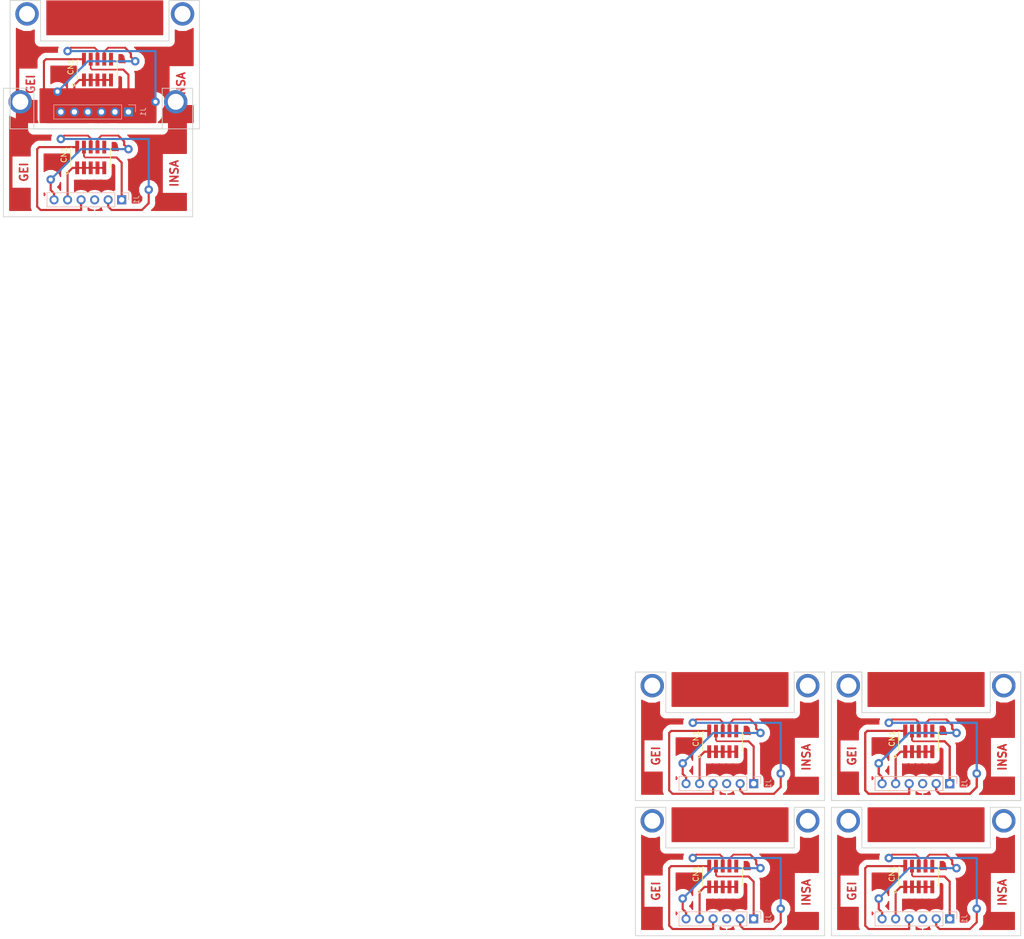
<source format=kicad_pcb>
(kicad_pcb (version 20171130) (host pcbnew 5.0.2-bee76a0~70~ubuntu18.04.1)

  (general
    (thickness 1.6)
    (drawings 70)
    (tracks 343)
    (zones 0)
    (modules 14)
    (nets 8)
  )

  (page A4)
  (layers
    (0 F.Cu signal)
    (31 B.Cu signal)
    (32 B.Adhes user)
    (33 F.Adhes user)
    (34 B.Paste user)
    (35 F.Paste user)
    (36 B.SilkS user)
    (37 F.SilkS user)
    (38 B.Mask user)
    (39 F.Mask user)
    (40 Dwgs.User user)
    (41 Cmts.User user)
    (42 Eco1.User user)
    (43 Eco2.User user)
    (44 Edge.Cuts user)
    (45 Margin user)
    (46 B.CrtYd user)
    (47 F.CrtYd user)
    (48 B.Fab user hide)
    (49 F.Fab user hide)
  )

  (setup
    (last_trace_width 0.4)
    (user_trace_width 0.25)
    (user_trace_width 0.3)
    (user_trace_width 0.35)
    (user_trace_width 0.4)
    (trace_clearance 0.2)
    (zone_clearance 1)
    (zone_45_only no)
    (trace_min 0.2)
    (segment_width 0.2)
    (edge_width 0.15)
    (via_size 0.8)
    (via_drill 0.4)
    (via_min_size 0.4)
    (via_min_drill 0.3)
    (user_via 1.6 0.8)
    (user_via 1.8 1)
    (uvia_size 0.3)
    (uvia_drill 0.1)
    (uvias_allowed no)
    (uvia_min_size 0.2)
    (uvia_min_drill 0.1)
    (pcb_text_width 0.3)
    (pcb_text_size 1.5 1.5)
    (mod_edge_width 0.15)
    (mod_text_size 1 1)
    (mod_text_width 0.15)
    (pad_size 1.524 1.524)
    (pad_drill 0.762)
    (pad_to_mask_clearance 0.051)
    (solder_mask_min_width 0.25)
    (aux_axis_origin 80 90)
    (grid_origin 80 90)
    (visible_elements FFFFFF7F)
    (pcbplotparams
      (layerselection 0x010fc_ffffffff)
      (usegerberextensions false)
      (usegerberattributes false)
      (usegerberadvancedattributes false)
      (creategerberjobfile false)
      (excludeedgelayer true)
      (linewidth 0.100000)
      (plotframeref false)
      (viasonmask false)
      (mode 1)
      (useauxorigin false)
      (hpglpennumber 1)
      (hpglpenspeed 20)
      (hpglpendiameter 15.000000)
      (psnegative false)
      (psa4output false)
      (plotreference true)
      (plotvalue true)
      (plotinvisibletext false)
      (padsonsilk false)
      (subtractmaskfromsilk false)
      (outputformat 1)
      (mirror false)
      (drillshape 1)
      (scaleselection 1)
      (outputdirectory ""))
  )

  (net 0 "")
  (net 1 GND)
  (net 2 VDD)
  (net 3 /CCD_SI)
  (net 4 /CCD_CLK)
  (net 5 "Net-(CN1-Pad10)")
  (net 6 /CCD_AO)
  (net 7 "Net-(J1-Pad3)")

  (net_class Default "Ceci est la Netclass par défaut."
    (clearance 0.2)
    (trace_width 0.25)
    (via_dia 0.8)
    (via_drill 0.4)
    (uvia_dia 0.3)
    (uvia_drill 0.1)
    (add_net /CCD_AO)
    (add_net /CCD_CLK)
    (add_net /CCD_SI)
    (add_net GND)
    (add_net "Net-(CN1-Pad10)")
    (add_net "Net-(J1-Pad3)")
    (add_net VDD)
  )

  (module Connector_PinSocket_2.54mm:PinSocket_1x06_P2.54mm_Vertical (layer B.Cu) (tedit 5A19A430) (tstamp 5CA1A558)
    (at 102.86 136.355 90)
    (descr "Through hole straight socket strip, 1x06, 2.54mm pitch, single row (from Kicad 4.0.7), script generated")
    (tags "Through hole socket strip THT 1x06 2.54mm single row")
    (path /5C8B5EDF)
    (fp_text reference J1 (at 0 2.77 90) (layer B.SilkS)
      (effects (font (size 1 1) (thickness 0.15)) (justify mirror))
    )
    (fp_text value Conn_01x06 (at 0 -15.47 90) (layer B.Fab)
      (effects (font (size 1 1) (thickness 0.15)) (justify mirror))
    )
    (fp_text user %R (at 0 -6.35) (layer B.Fab)
      (effects (font (size 1 1) (thickness 0.15)) (justify mirror))
    )
    (fp_line (start -1.8 -14.45) (end -1.8 1.8) (layer B.CrtYd) (width 0.05))
    (fp_line (start 1.75 -14.45) (end -1.8 -14.45) (layer B.CrtYd) (width 0.05))
    (fp_line (start 1.75 1.8) (end 1.75 -14.45) (layer B.CrtYd) (width 0.05))
    (fp_line (start -1.8 1.8) (end 1.75 1.8) (layer B.CrtYd) (width 0.05))
    (fp_line (start 0 1.33) (end 1.33 1.33) (layer B.SilkS) (width 0.12))
    (fp_line (start 1.33 1.33) (end 1.33 0) (layer B.SilkS) (width 0.12))
    (fp_line (start 1.33 -1.27) (end 1.33 -14.03) (layer B.SilkS) (width 0.12))
    (fp_line (start -1.33 -14.03) (end 1.33 -14.03) (layer B.SilkS) (width 0.12))
    (fp_line (start -1.33 -1.27) (end -1.33 -14.03) (layer B.SilkS) (width 0.12))
    (fp_line (start -1.33 -1.27) (end 1.33 -1.27) (layer B.SilkS) (width 0.12))
    (fp_line (start -1.27 -13.97) (end -1.27 1.27) (layer B.Fab) (width 0.1))
    (fp_line (start 1.27 -13.97) (end -1.27 -13.97) (layer B.Fab) (width 0.1))
    (fp_line (start 1.27 0.635) (end 1.27 -13.97) (layer B.Fab) (width 0.1))
    (fp_line (start 0.635 1.27) (end 1.27 0.635) (layer B.Fab) (width 0.1))
    (fp_line (start -1.27 1.27) (end 0.635 1.27) (layer B.Fab) (width 0.1))
    (pad 6 thru_hole oval (at 0 -12.7 90) (size 1.7 1.7) (drill 1) (layers *.Cu *.Mask))
    (pad 5 thru_hole oval (at 0 -10.16 90) (size 1.7 1.7) (drill 1) (layers *.Cu *.Mask))
    (pad 4 thru_hole oval (at 0 -7.62 90) (size 1.7 1.7) (drill 1) (layers *.Cu *.Mask))
    (pad 3 thru_hole oval (at 0 -5.08 90) (size 1.7 1.7) (drill 1) (layers *.Cu *.Mask))
    (pad 2 thru_hole oval (at 0 -2.54 90) (size 1.7 1.7) (drill 1) (layers *.Cu *.Mask))
    (pad 1 thru_hole rect (at 0 0 90) (size 1.7 1.7) (drill 1) (layers *.Cu *.Mask))
    (model ${KISYS3DMOD}/Connector_PinSocket_2.54mm.3dshapes/PinSocket_1x06_P2.54mm_Vertical.wrl
      (at (xyz 0 0 0))
      (scale (xyz 1 1 1))
      (rotate (xyz 0 0 0))
    )
  )

  (module Insa:FTSH-10-1.27 (layer F.Cu) (tedit 5C6EB54F) (tstamp 5CA1A50E)
    (at 97 128.4 90)
    (path /5C62E020)
    (fp_text reference CN1 (at 0.5 -5 90) (layer F.SilkS)
      (effects (font (size 1 1) (thickness 0.15)))
    )
    (fp_text value FTR-105-03-G-D-P-TR (at 0.75 5.25 90) (layer F.Fab)
      (effects (font (size 1 1) (thickness 0.15)))
    )
    (fp_line (start -1.75 3.75) (end -1.75 3.5) (layer F.SilkS) (width 0.15))
    (fp_line (start 1.75 3.75) (end 1.75 3.5) (layer F.SilkS) (width 0.15))
    (fp_line (start 1.75 -3.75) (end 1.75 -3.5) (layer F.SilkS) (width 0.15))
    (fp_line (start -1.75 -3.75) (end -1.75 -3.5) (layer F.SilkS) (width 0.15))
    (fp_line (start -1.75 -3.75) (end 1.75 -3.75) (layer F.CrtYd) (width 0.15))
    (fp_line (start -1.75 3.75) (end -1.75 -3.75) (layer F.CrtYd) (width 0.15))
    (fp_line (start 1.75 3.75) (end -1.75 3.75) (layer F.CrtYd) (width 0.15))
    (fp_line (start 1.75 -3.75) (end 1.75 3.75) (layer F.CrtYd) (width 0.15))
    (fp_circle (center -2.834078 -4.457206) (end -2.580078 -4.457206) (layer F.SilkS) (width 0.15))
    (fp_line (start -1.75 -3.75) (end 1.75 -3.75) (layer F.SilkS) (width 0.15))
    (fp_line (start 1.75 3.75) (end -1.75 3.75) (layer F.SilkS) (width 0.15))
    (pad 10 smd rect (at 1.95 2.582794) (size 0.74 2.4) (layers F.Cu F.Paste F.Mask))
    (pad 8 smd rect (at 1.95 1.312794) (size 0.74 2.4) (layers F.Cu F.Paste F.Mask))
    (pad 6 smd rect (at 1.95 0.042794) (size 0.74 2.4) (layers F.Cu F.Paste F.Mask))
    (pad 4 smd rect (at 1.95 -1.227206) (size 0.74 2.4) (layers F.Cu F.Paste F.Mask))
    (pad 2 smd rect (at 1.95 -2.497206) (size 0.74 2.4) (layers F.Cu F.Paste F.Mask))
    (pad 1 smd rect (at -1.95 -2.497206) (size 0.74 2.4) (layers F.Cu F.Paste F.Mask))
    (pad 3 smd rect (at -1.95 -1.227206) (size 0.74 2.4) (layers F.Cu F.Paste F.Mask))
    (pad 9 smd rect (at -1.95 2.582794) (size 0.74 2.4) (layers F.Cu F.Paste F.Mask))
    (pad 7 smd rect (at -1.95 1.312794) (size 0.74 2.4) (layers F.Cu F.Paste F.Mask))
    (pad 5 smd rect (at -1.95 0.042794) (size 0.74 2.4) (layers F.Cu F.Paste F.Mask))
  )

  (module Connector_PinSocket_2.54mm:PinSocket_1x06_P2.54mm_Vertical (layer B.Cu) (tedit 5A19A430) (tstamp 5CA1A558)
    (at 139.69 136.355 90)
    (descr "Through hole straight socket strip, 1x06, 2.54mm pitch, single row (from Kicad 4.0.7), script generated")
    (tags "Through hole socket strip THT 1x06 2.54mm single row")
    (path /5C8B5EDF)
    (fp_text reference J1 (at 0 2.77 90) (layer B.SilkS)
      (effects (font (size 1 1) (thickness 0.15)) (justify mirror))
    )
    (fp_text value Conn_01x06 (at 0 -15.47 90) (layer B.Fab)
      (effects (font (size 1 1) (thickness 0.15)) (justify mirror))
    )
    (fp_text user %R (at 0 -6.35) (layer B.Fab)
      (effects (font (size 1 1) (thickness 0.15)) (justify mirror))
    )
    (fp_line (start -1.8 -14.45) (end -1.8 1.8) (layer B.CrtYd) (width 0.05))
    (fp_line (start 1.75 -14.45) (end -1.8 -14.45) (layer B.CrtYd) (width 0.05))
    (fp_line (start 1.75 1.8) (end 1.75 -14.45) (layer B.CrtYd) (width 0.05))
    (fp_line (start -1.8 1.8) (end 1.75 1.8) (layer B.CrtYd) (width 0.05))
    (fp_line (start 0 1.33) (end 1.33 1.33) (layer B.SilkS) (width 0.12))
    (fp_line (start 1.33 1.33) (end 1.33 0) (layer B.SilkS) (width 0.12))
    (fp_line (start 1.33 -1.27) (end 1.33 -14.03) (layer B.SilkS) (width 0.12))
    (fp_line (start -1.33 -14.03) (end 1.33 -14.03) (layer B.SilkS) (width 0.12))
    (fp_line (start -1.33 -1.27) (end -1.33 -14.03) (layer B.SilkS) (width 0.12))
    (fp_line (start -1.33 -1.27) (end 1.33 -1.27) (layer B.SilkS) (width 0.12))
    (fp_line (start -1.27 -13.97) (end -1.27 1.27) (layer B.Fab) (width 0.1))
    (fp_line (start 1.27 -13.97) (end -1.27 -13.97) (layer B.Fab) (width 0.1))
    (fp_line (start 1.27 0.635) (end 1.27 -13.97) (layer B.Fab) (width 0.1))
    (fp_line (start 0.635 1.27) (end 1.27 0.635) (layer B.Fab) (width 0.1))
    (fp_line (start -1.27 1.27) (end 0.635 1.27) (layer B.Fab) (width 0.1))
    (pad 6 thru_hole oval (at 0 -12.7 90) (size 1.7 1.7) (drill 1) (layers *.Cu *.Mask))
    (pad 5 thru_hole oval (at 0 -10.16 90) (size 1.7 1.7) (drill 1) (layers *.Cu *.Mask))
    (pad 4 thru_hole oval (at 0 -7.62 90) (size 1.7 1.7) (drill 1) (layers *.Cu *.Mask))
    (pad 3 thru_hole oval (at 0 -5.08 90) (size 1.7 1.7) (drill 1) (layers *.Cu *.Mask))
    (pad 2 thru_hole oval (at 0 -2.54 90) (size 1.7 1.7) (drill 1) (layers *.Cu *.Mask))
    (pad 1 thru_hole rect (at 0 0 90) (size 1.7 1.7) (drill 1) (layers *.Cu *.Mask))
    (model ${KISYS3DMOD}/Connector_PinSocket_2.54mm.3dshapes/PinSocket_1x06_P2.54mm_Vertical.wrl
      (at (xyz 0 0 0))
      (scale (xyz 1 1 1))
      (rotate (xyz 0 0 0))
    )
  )

  (module Insa:FTSH-10-1.27 (layer F.Cu) (tedit 5C6EB54F) (tstamp 5CA1A50E)
    (at 133.83 128.4 90)
    (path /5C62E020)
    (fp_text reference CN1 (at 0.5 -5 90) (layer F.SilkS)
      (effects (font (size 1 1) (thickness 0.15)))
    )
    (fp_text value FTR-105-03-G-D-P-TR (at 0.75 5.25 90) (layer F.Fab)
      (effects (font (size 1 1) (thickness 0.15)))
    )
    (fp_line (start -1.75 3.75) (end -1.75 3.5) (layer F.SilkS) (width 0.15))
    (fp_line (start 1.75 3.75) (end 1.75 3.5) (layer F.SilkS) (width 0.15))
    (fp_line (start 1.75 -3.75) (end 1.75 -3.5) (layer F.SilkS) (width 0.15))
    (fp_line (start -1.75 -3.75) (end -1.75 -3.5) (layer F.SilkS) (width 0.15))
    (fp_line (start -1.75 -3.75) (end 1.75 -3.75) (layer F.CrtYd) (width 0.15))
    (fp_line (start -1.75 3.75) (end -1.75 -3.75) (layer F.CrtYd) (width 0.15))
    (fp_line (start 1.75 3.75) (end -1.75 3.75) (layer F.CrtYd) (width 0.15))
    (fp_line (start 1.75 -3.75) (end 1.75 3.75) (layer F.CrtYd) (width 0.15))
    (fp_circle (center -2.834078 -4.457206) (end -2.580078 -4.457206) (layer F.SilkS) (width 0.15))
    (fp_line (start -1.75 -3.75) (end 1.75 -3.75) (layer F.SilkS) (width 0.15))
    (fp_line (start 1.75 3.75) (end -1.75 3.75) (layer F.SilkS) (width 0.15))
    (pad 10 smd rect (at 1.95 2.582794) (size 0.74 2.4) (layers F.Cu F.Paste F.Mask))
    (pad 8 smd rect (at 1.95 1.312794) (size 0.74 2.4) (layers F.Cu F.Paste F.Mask))
    (pad 6 smd rect (at 1.95 0.042794) (size 0.74 2.4) (layers F.Cu F.Paste F.Mask))
    (pad 4 smd rect (at 1.95 -1.227206) (size 0.74 2.4) (layers F.Cu F.Paste F.Mask))
    (pad 2 smd rect (at 1.95 -2.497206) (size 0.74 2.4) (layers F.Cu F.Paste F.Mask))
    (pad 1 smd rect (at -1.95 -2.497206) (size 0.74 2.4) (layers F.Cu F.Paste F.Mask))
    (pad 3 smd rect (at -1.95 -1.227206) (size 0.74 2.4) (layers F.Cu F.Paste F.Mask))
    (pad 9 smd rect (at -1.95 2.582794) (size 0.74 2.4) (layers F.Cu F.Paste F.Mask))
    (pad 7 smd rect (at -1.95 1.312794) (size 0.74 2.4) (layers F.Cu F.Paste F.Mask))
    (pad 5 smd rect (at -1.95 0.042794) (size 0.74 2.4) (layers F.Cu F.Paste F.Mask))
  )

  (module Connector_PinSocket_2.54mm:PinSocket_1x06_P2.54mm_Vertical (layer B.Cu) (tedit 5A19A430) (tstamp 5CA1A558)
    (at -14.605 -15.24 90)
    (descr "Through hole straight socket strip, 1x06, 2.54mm pitch, single row (from Kicad 4.0.7), script generated")
    (tags "Through hole socket strip THT 1x06 2.54mm single row")
    (path /5C8B5EDF)
    (fp_text reference J1 (at 0 2.77 90) (layer B.SilkS)
      (effects (font (size 1 1) (thickness 0.15)) (justify mirror))
    )
    (fp_text value Conn_01x06 (at 0 -15.47 90) (layer B.Fab)
      (effects (font (size 1 1) (thickness 0.15)) (justify mirror))
    )
    (fp_text user %R (at 0 -6.35) (layer B.Fab)
      (effects (font (size 1 1) (thickness 0.15)) (justify mirror))
    )
    (fp_line (start -1.8 -14.45) (end -1.8 1.8) (layer B.CrtYd) (width 0.05))
    (fp_line (start 1.75 -14.45) (end -1.8 -14.45) (layer B.CrtYd) (width 0.05))
    (fp_line (start 1.75 1.8) (end 1.75 -14.45) (layer B.CrtYd) (width 0.05))
    (fp_line (start -1.8 1.8) (end 1.75 1.8) (layer B.CrtYd) (width 0.05))
    (fp_line (start 0 1.33) (end 1.33 1.33) (layer B.SilkS) (width 0.12))
    (fp_line (start 1.33 1.33) (end 1.33 0) (layer B.SilkS) (width 0.12))
    (fp_line (start 1.33 -1.27) (end 1.33 -14.03) (layer B.SilkS) (width 0.12))
    (fp_line (start -1.33 -14.03) (end 1.33 -14.03) (layer B.SilkS) (width 0.12))
    (fp_line (start -1.33 -1.27) (end -1.33 -14.03) (layer B.SilkS) (width 0.12))
    (fp_line (start -1.33 -1.27) (end 1.33 -1.27) (layer B.SilkS) (width 0.12))
    (fp_line (start -1.27 -13.97) (end -1.27 1.27) (layer B.Fab) (width 0.1))
    (fp_line (start 1.27 -13.97) (end -1.27 -13.97) (layer B.Fab) (width 0.1))
    (fp_line (start 1.27 0.635) (end 1.27 -13.97) (layer B.Fab) (width 0.1))
    (fp_line (start 0.635 1.27) (end 1.27 0.635) (layer B.Fab) (width 0.1))
    (fp_line (start -1.27 1.27) (end 0.635 1.27) (layer B.Fab) (width 0.1))
    (pad 6 thru_hole oval (at 0 -12.7 90) (size 1.7 1.7) (drill 1) (layers *.Cu *.Mask))
    (pad 5 thru_hole oval (at 0 -10.16 90) (size 1.7 1.7) (drill 1) (layers *.Cu *.Mask))
    (pad 4 thru_hole oval (at 0 -7.62 90) (size 1.7 1.7) (drill 1) (layers *.Cu *.Mask))
    (pad 3 thru_hole oval (at 0 -5.08 90) (size 1.7 1.7) (drill 1) (layers *.Cu *.Mask))
    (pad 2 thru_hole oval (at 0 -2.54 90) (size 1.7 1.7) (drill 1) (layers *.Cu *.Mask))
    (pad 1 thru_hole rect (at 0 0 90) (size 1.7 1.7) (drill 1) (layers *.Cu *.Mask))
    (model ${KISYS3DMOD}/Connector_PinSocket_2.54mm.3dshapes/PinSocket_1x06_P2.54mm_Vertical.wrl
      (at (xyz 0 0 0))
      (scale (xyz 1 1 1))
      (rotate (xyz 0 0 0))
    )
  )

  (module Insa:FTSH-10-1.27 (layer F.Cu) (tedit 5C6EB54F) (tstamp 5CA1A50E)
    (at -20.465 -23.195 90)
    (path /5C62E020)
    (fp_text reference CN1 (at 0.5 -5 90) (layer F.SilkS)
      (effects (font (size 1 1) (thickness 0.15)))
    )
    (fp_text value FTR-105-03-G-D-P-TR (at 0.75 5.25 90) (layer F.Fab)
      (effects (font (size 1 1) (thickness 0.15)))
    )
    (fp_line (start -1.75 3.75) (end -1.75 3.5) (layer F.SilkS) (width 0.15))
    (fp_line (start 1.75 3.75) (end 1.75 3.5) (layer F.SilkS) (width 0.15))
    (fp_line (start 1.75 -3.75) (end 1.75 -3.5) (layer F.SilkS) (width 0.15))
    (fp_line (start -1.75 -3.75) (end -1.75 -3.5) (layer F.SilkS) (width 0.15))
    (fp_line (start -1.75 -3.75) (end 1.75 -3.75) (layer F.CrtYd) (width 0.15))
    (fp_line (start -1.75 3.75) (end -1.75 -3.75) (layer F.CrtYd) (width 0.15))
    (fp_line (start 1.75 3.75) (end -1.75 3.75) (layer F.CrtYd) (width 0.15))
    (fp_line (start 1.75 -3.75) (end 1.75 3.75) (layer F.CrtYd) (width 0.15))
    (fp_circle (center -2.834078 -4.457206) (end -2.580078 -4.457206) (layer F.SilkS) (width 0.15))
    (fp_line (start -1.75 -3.75) (end 1.75 -3.75) (layer F.SilkS) (width 0.15))
    (fp_line (start 1.75 3.75) (end -1.75 3.75) (layer F.SilkS) (width 0.15))
    (pad 10 smd rect (at 1.95 2.582794) (size 0.74 2.4) (layers F.Cu F.Paste F.Mask))
    (pad 8 smd rect (at 1.95 1.312794) (size 0.74 2.4) (layers F.Cu F.Paste F.Mask))
    (pad 6 smd rect (at 1.95 0.042794) (size 0.74 2.4) (layers F.Cu F.Paste F.Mask))
    (pad 4 smd rect (at 1.95 -1.227206) (size 0.74 2.4) (layers F.Cu F.Paste F.Mask))
    (pad 2 smd rect (at 1.95 -2.497206) (size 0.74 2.4) (layers F.Cu F.Paste F.Mask))
    (pad 1 smd rect (at -1.95 -2.497206) (size 0.74 2.4) (layers F.Cu F.Paste F.Mask))
    (pad 3 smd rect (at -1.95 -1.227206) (size 0.74 2.4) (layers F.Cu F.Paste F.Mask))
    (pad 9 smd rect (at -1.95 2.582794) (size 0.74 2.4) (layers F.Cu F.Paste F.Mask))
    (pad 7 smd rect (at -1.95 1.312794) (size 0.74 2.4) (layers F.Cu F.Paste F.Mask))
    (pad 5 smd rect (at -1.95 0.042794) (size 0.74 2.4) (layers F.Cu F.Paste F.Mask))
  )

  (module Connector_PinSocket_2.54mm:PinSocket_1x06_P2.54mm_Vertical (layer B.Cu) (tedit 5A19A430) (tstamp 5CA1A558)
    (at -15.875 1.27 90)
    (descr "Through hole straight socket strip, 1x06, 2.54mm pitch, single row (from Kicad 4.0.7), script generated")
    (tags "Through hole socket strip THT 1x06 2.54mm single row")
    (path /5C8B5EDF)
    (fp_text reference J1 (at 0 2.77 90) (layer B.SilkS)
      (effects (font (size 1 1) (thickness 0.15)) (justify mirror))
    )
    (fp_text value Conn_01x06 (at 0 -15.47 90) (layer B.Fab)
      (effects (font (size 1 1) (thickness 0.15)) (justify mirror))
    )
    (fp_text user %R (at 0 -6.35) (layer B.Fab)
      (effects (font (size 1 1) (thickness 0.15)) (justify mirror))
    )
    (fp_line (start -1.8 -14.45) (end -1.8 1.8) (layer B.CrtYd) (width 0.05))
    (fp_line (start 1.75 -14.45) (end -1.8 -14.45) (layer B.CrtYd) (width 0.05))
    (fp_line (start 1.75 1.8) (end 1.75 -14.45) (layer B.CrtYd) (width 0.05))
    (fp_line (start -1.8 1.8) (end 1.75 1.8) (layer B.CrtYd) (width 0.05))
    (fp_line (start 0 1.33) (end 1.33 1.33) (layer B.SilkS) (width 0.12))
    (fp_line (start 1.33 1.33) (end 1.33 0) (layer B.SilkS) (width 0.12))
    (fp_line (start 1.33 -1.27) (end 1.33 -14.03) (layer B.SilkS) (width 0.12))
    (fp_line (start -1.33 -14.03) (end 1.33 -14.03) (layer B.SilkS) (width 0.12))
    (fp_line (start -1.33 -1.27) (end -1.33 -14.03) (layer B.SilkS) (width 0.12))
    (fp_line (start -1.33 -1.27) (end 1.33 -1.27) (layer B.SilkS) (width 0.12))
    (fp_line (start -1.27 -13.97) (end -1.27 1.27) (layer B.Fab) (width 0.1))
    (fp_line (start 1.27 -13.97) (end -1.27 -13.97) (layer B.Fab) (width 0.1))
    (fp_line (start 1.27 0.635) (end 1.27 -13.97) (layer B.Fab) (width 0.1))
    (fp_line (start 0.635 1.27) (end 1.27 0.635) (layer B.Fab) (width 0.1))
    (fp_line (start -1.27 1.27) (end 0.635 1.27) (layer B.Fab) (width 0.1))
    (pad 6 thru_hole oval (at 0 -12.7 90) (size 1.7 1.7) (drill 1) (layers *.Cu *.Mask))
    (pad 5 thru_hole oval (at 0 -10.16 90) (size 1.7 1.7) (drill 1) (layers *.Cu *.Mask))
    (pad 4 thru_hole oval (at 0 -7.62 90) (size 1.7 1.7) (drill 1) (layers *.Cu *.Mask))
    (pad 3 thru_hole oval (at 0 -5.08 90) (size 1.7 1.7) (drill 1) (layers *.Cu *.Mask))
    (pad 2 thru_hole oval (at 0 -2.54 90) (size 1.7 1.7) (drill 1) (layers *.Cu *.Mask))
    (pad 1 thru_hole rect (at 0 0 90) (size 1.7 1.7) (drill 1) (layers *.Cu *.Mask))
    (model ${KISYS3DMOD}/Connector_PinSocket_2.54mm.3dshapes/PinSocket_1x06_P2.54mm_Vertical.wrl
      (at (xyz 0 0 0))
      (scale (xyz 1 1 1))
      (rotate (xyz 0 0 0))
    )
  )

  (module Insa:FTSH-10-1.27 (layer F.Cu) (tedit 5C6EB54F) (tstamp 5CA1A50E)
    (at -21.735 -6.685 90)
    (path /5C62E020)
    (fp_text reference CN1 (at 0.5 -5 90) (layer F.SilkS)
      (effects (font (size 1 1) (thickness 0.15)))
    )
    (fp_text value FTR-105-03-G-D-P-TR (at 0.75 5.25 90) (layer F.Fab)
      (effects (font (size 1 1) (thickness 0.15)))
    )
    (fp_line (start -1.75 3.75) (end -1.75 3.5) (layer F.SilkS) (width 0.15))
    (fp_line (start 1.75 3.75) (end 1.75 3.5) (layer F.SilkS) (width 0.15))
    (fp_line (start 1.75 -3.75) (end 1.75 -3.5) (layer F.SilkS) (width 0.15))
    (fp_line (start -1.75 -3.75) (end -1.75 -3.5) (layer F.SilkS) (width 0.15))
    (fp_line (start -1.75 -3.75) (end 1.75 -3.75) (layer F.CrtYd) (width 0.15))
    (fp_line (start -1.75 3.75) (end -1.75 -3.75) (layer F.CrtYd) (width 0.15))
    (fp_line (start 1.75 3.75) (end -1.75 3.75) (layer F.CrtYd) (width 0.15))
    (fp_line (start 1.75 -3.75) (end 1.75 3.75) (layer F.CrtYd) (width 0.15))
    (fp_circle (center -2.834078 -4.457206) (end -2.580078 -4.457206) (layer F.SilkS) (width 0.15))
    (fp_line (start -1.75 -3.75) (end 1.75 -3.75) (layer F.SilkS) (width 0.15))
    (fp_line (start 1.75 3.75) (end -1.75 3.75) (layer F.SilkS) (width 0.15))
    (pad 10 smd rect (at 1.95 2.582794) (size 0.74 2.4) (layers F.Cu F.Paste F.Mask))
    (pad 8 smd rect (at 1.95 1.312794) (size 0.74 2.4) (layers F.Cu F.Paste F.Mask))
    (pad 6 smd rect (at 1.95 0.042794) (size 0.74 2.4) (layers F.Cu F.Paste F.Mask))
    (pad 4 smd rect (at 1.95 -1.227206) (size 0.74 2.4) (layers F.Cu F.Paste F.Mask))
    (pad 2 smd rect (at 1.95 -2.497206) (size 0.74 2.4) (layers F.Cu F.Paste F.Mask))
    (pad 1 smd rect (at -1.95 -2.497206) (size 0.74 2.4) (layers F.Cu F.Paste F.Mask))
    (pad 3 smd rect (at -1.95 -1.227206) (size 0.74 2.4) (layers F.Cu F.Paste F.Mask))
    (pad 9 smd rect (at -1.95 2.582794) (size 0.74 2.4) (layers F.Cu F.Paste F.Mask))
    (pad 7 smd rect (at -1.95 1.312794) (size 0.74 2.4) (layers F.Cu F.Paste F.Mask))
    (pad 5 smd rect (at -1.95 0.042794) (size 0.74 2.4) (layers F.Cu F.Paste F.Mask))
  )

  (module Connector_PinSocket_2.54mm:PinSocket_1x06_P2.54mm_Vertical (layer B.Cu) (tedit 5A19A430) (tstamp 5CA1A558)
    (at 139.69 110.955 90)
    (descr "Through hole straight socket strip, 1x06, 2.54mm pitch, single row (from Kicad 4.0.7), script generated")
    (tags "Through hole socket strip THT 1x06 2.54mm single row")
    (path /5C8B5EDF)
    (fp_text reference J1 (at 0 2.77 90) (layer B.SilkS)
      (effects (font (size 1 1) (thickness 0.15)) (justify mirror))
    )
    (fp_text value Conn_01x06 (at 0 -15.47 90) (layer B.Fab)
      (effects (font (size 1 1) (thickness 0.15)) (justify mirror))
    )
    (fp_text user %R (at 0 -6.35) (layer B.Fab)
      (effects (font (size 1 1) (thickness 0.15)) (justify mirror))
    )
    (fp_line (start -1.8 -14.45) (end -1.8 1.8) (layer B.CrtYd) (width 0.05))
    (fp_line (start 1.75 -14.45) (end -1.8 -14.45) (layer B.CrtYd) (width 0.05))
    (fp_line (start 1.75 1.8) (end 1.75 -14.45) (layer B.CrtYd) (width 0.05))
    (fp_line (start -1.8 1.8) (end 1.75 1.8) (layer B.CrtYd) (width 0.05))
    (fp_line (start 0 1.33) (end 1.33 1.33) (layer B.SilkS) (width 0.12))
    (fp_line (start 1.33 1.33) (end 1.33 0) (layer B.SilkS) (width 0.12))
    (fp_line (start 1.33 -1.27) (end 1.33 -14.03) (layer B.SilkS) (width 0.12))
    (fp_line (start -1.33 -14.03) (end 1.33 -14.03) (layer B.SilkS) (width 0.12))
    (fp_line (start -1.33 -1.27) (end -1.33 -14.03) (layer B.SilkS) (width 0.12))
    (fp_line (start -1.33 -1.27) (end 1.33 -1.27) (layer B.SilkS) (width 0.12))
    (fp_line (start -1.27 -13.97) (end -1.27 1.27) (layer B.Fab) (width 0.1))
    (fp_line (start 1.27 -13.97) (end -1.27 -13.97) (layer B.Fab) (width 0.1))
    (fp_line (start 1.27 0.635) (end 1.27 -13.97) (layer B.Fab) (width 0.1))
    (fp_line (start 0.635 1.27) (end 1.27 0.635) (layer B.Fab) (width 0.1))
    (fp_line (start -1.27 1.27) (end 0.635 1.27) (layer B.Fab) (width 0.1))
    (pad 6 thru_hole oval (at 0 -12.7 90) (size 1.7 1.7) (drill 1) (layers *.Cu *.Mask))
    (pad 5 thru_hole oval (at 0 -10.16 90) (size 1.7 1.7) (drill 1) (layers *.Cu *.Mask))
    (pad 4 thru_hole oval (at 0 -7.62 90) (size 1.7 1.7) (drill 1) (layers *.Cu *.Mask))
    (pad 3 thru_hole oval (at 0 -5.08 90) (size 1.7 1.7) (drill 1) (layers *.Cu *.Mask))
    (pad 2 thru_hole oval (at 0 -2.54 90) (size 1.7 1.7) (drill 1) (layers *.Cu *.Mask))
    (pad 1 thru_hole rect (at 0 0 90) (size 1.7 1.7) (drill 1) (layers *.Cu *.Mask))
    (model ${KISYS3DMOD}/Connector_PinSocket_2.54mm.3dshapes/PinSocket_1x06_P2.54mm_Vertical.wrl
      (at (xyz 0 0 0))
      (scale (xyz 1 1 1))
      (rotate (xyz 0 0 0))
    )
  )

  (module Insa:FTSH-10-1.27 (layer F.Cu) (tedit 5C6EB54F) (tstamp 5CA1A50E)
    (at 133.83 103 90)
    (path /5C62E020)
    (fp_text reference CN1 (at 0.5 -5 90) (layer F.SilkS)
      (effects (font (size 1 1) (thickness 0.15)))
    )
    (fp_text value FTR-105-03-G-D-P-TR (at 0.75 5.25 90) (layer F.Fab)
      (effects (font (size 1 1) (thickness 0.15)))
    )
    (fp_line (start -1.75 3.75) (end -1.75 3.5) (layer F.SilkS) (width 0.15))
    (fp_line (start 1.75 3.75) (end 1.75 3.5) (layer F.SilkS) (width 0.15))
    (fp_line (start 1.75 -3.75) (end 1.75 -3.5) (layer F.SilkS) (width 0.15))
    (fp_line (start -1.75 -3.75) (end -1.75 -3.5) (layer F.SilkS) (width 0.15))
    (fp_line (start -1.75 -3.75) (end 1.75 -3.75) (layer F.CrtYd) (width 0.15))
    (fp_line (start -1.75 3.75) (end -1.75 -3.75) (layer F.CrtYd) (width 0.15))
    (fp_line (start 1.75 3.75) (end -1.75 3.75) (layer F.CrtYd) (width 0.15))
    (fp_line (start 1.75 -3.75) (end 1.75 3.75) (layer F.CrtYd) (width 0.15))
    (fp_circle (center -2.834078 -4.457206) (end -2.580078 -4.457206) (layer F.SilkS) (width 0.15))
    (fp_line (start -1.75 -3.75) (end 1.75 -3.75) (layer F.SilkS) (width 0.15))
    (fp_line (start 1.75 3.75) (end -1.75 3.75) (layer F.SilkS) (width 0.15))
    (pad 10 smd rect (at 1.95 2.582794) (size 0.74 2.4) (layers F.Cu F.Paste F.Mask))
    (pad 8 smd rect (at 1.95 1.312794) (size 0.74 2.4) (layers F.Cu F.Paste F.Mask))
    (pad 6 smd rect (at 1.95 0.042794) (size 0.74 2.4) (layers F.Cu F.Paste F.Mask))
    (pad 4 smd rect (at 1.95 -1.227206) (size 0.74 2.4) (layers F.Cu F.Paste F.Mask))
    (pad 2 smd rect (at 1.95 -2.497206) (size 0.74 2.4) (layers F.Cu F.Paste F.Mask))
    (pad 1 smd rect (at -1.95 -2.497206) (size 0.74 2.4) (layers F.Cu F.Paste F.Mask))
    (pad 3 smd rect (at -1.95 -1.227206) (size 0.74 2.4) (layers F.Cu F.Paste F.Mask))
    (pad 9 smd rect (at -1.95 2.582794) (size 0.74 2.4) (layers F.Cu F.Paste F.Mask))
    (pad 7 smd rect (at -1.95 1.312794) (size 0.74 2.4) (layers F.Cu F.Paste F.Mask))
    (pad 5 smd rect (at -1.95 0.042794) (size 0.74 2.4) (layers F.Cu F.Paste F.Mask))
  )

  (module Connector_PinSocket_2.54mm:PinSocket_1x06_P2.54mm_Vertical (layer B.Cu) (tedit 5A19A430) (tstamp 5CA1A558)
    (at 139.69 110.955 90)
    (descr "Through hole straight socket strip, 1x06, 2.54mm pitch, single row (from Kicad 4.0.7), script generated")
    (tags "Through hole socket strip THT 1x06 2.54mm single row")
    (path /5C8B5EDF)
    (fp_text reference J1 (at 0 2.77 90) (layer B.SilkS)
      (effects (font (size 1 1) (thickness 0.15)) (justify mirror))
    )
    (fp_text value Conn_01x06 (at 0 -15.47 90) (layer B.Fab)
      (effects (font (size 1 1) (thickness 0.15)) (justify mirror))
    )
    (fp_text user %R (at 0 -6.35) (layer B.Fab)
      (effects (font (size 1 1) (thickness 0.15)) (justify mirror))
    )
    (fp_line (start -1.8 -14.45) (end -1.8 1.8) (layer B.CrtYd) (width 0.05))
    (fp_line (start 1.75 -14.45) (end -1.8 -14.45) (layer B.CrtYd) (width 0.05))
    (fp_line (start 1.75 1.8) (end 1.75 -14.45) (layer B.CrtYd) (width 0.05))
    (fp_line (start -1.8 1.8) (end 1.75 1.8) (layer B.CrtYd) (width 0.05))
    (fp_line (start 0 1.33) (end 1.33 1.33) (layer B.SilkS) (width 0.12))
    (fp_line (start 1.33 1.33) (end 1.33 0) (layer B.SilkS) (width 0.12))
    (fp_line (start 1.33 -1.27) (end 1.33 -14.03) (layer B.SilkS) (width 0.12))
    (fp_line (start -1.33 -14.03) (end 1.33 -14.03) (layer B.SilkS) (width 0.12))
    (fp_line (start -1.33 -1.27) (end -1.33 -14.03) (layer B.SilkS) (width 0.12))
    (fp_line (start -1.33 -1.27) (end 1.33 -1.27) (layer B.SilkS) (width 0.12))
    (fp_line (start -1.27 -13.97) (end -1.27 1.27) (layer B.Fab) (width 0.1))
    (fp_line (start 1.27 -13.97) (end -1.27 -13.97) (layer B.Fab) (width 0.1))
    (fp_line (start 1.27 0.635) (end 1.27 -13.97) (layer B.Fab) (width 0.1))
    (fp_line (start 0.635 1.27) (end 1.27 0.635) (layer B.Fab) (width 0.1))
    (fp_line (start -1.27 1.27) (end 0.635 1.27) (layer B.Fab) (width 0.1))
    (pad 6 thru_hole oval (at 0 -12.7 90) (size 1.7 1.7) (drill 1) (layers *.Cu *.Mask))
    (pad 5 thru_hole oval (at 0 -10.16 90) (size 1.7 1.7) (drill 1) (layers *.Cu *.Mask))
    (pad 4 thru_hole oval (at 0 -7.62 90) (size 1.7 1.7) (drill 1) (layers *.Cu *.Mask))
    (pad 3 thru_hole oval (at 0 -5.08 90) (size 1.7 1.7) (drill 1) (layers *.Cu *.Mask))
    (pad 2 thru_hole oval (at 0 -2.54 90) (size 1.7 1.7) (drill 1) (layers *.Cu *.Mask))
    (pad 1 thru_hole rect (at 0 0 90) (size 1.7 1.7) (drill 1) (layers *.Cu *.Mask))
    (model ${KISYS3DMOD}/Connector_PinSocket_2.54mm.3dshapes/PinSocket_1x06_P2.54mm_Vertical.wrl
      (at (xyz 0 0 0))
      (scale (xyz 1 1 1))
      (rotate (xyz 0 0 0))
    )
  )

  (module Insa:FTSH-10-1.27 (layer F.Cu) (tedit 5C6EB54F) (tstamp 5CA1A50E)
    (at 133.83 103 90)
    (path /5C62E020)
    (fp_text reference CN1 (at 0.5 -5 90) (layer F.SilkS)
      (effects (font (size 1 1) (thickness 0.15)))
    )
    (fp_text value FTR-105-03-G-D-P-TR (at 0.75 5.25 90) (layer F.Fab)
      (effects (font (size 1 1) (thickness 0.15)))
    )
    (fp_line (start -1.75 3.75) (end -1.75 3.5) (layer F.SilkS) (width 0.15))
    (fp_line (start 1.75 3.75) (end 1.75 3.5) (layer F.SilkS) (width 0.15))
    (fp_line (start 1.75 -3.75) (end 1.75 -3.5) (layer F.SilkS) (width 0.15))
    (fp_line (start -1.75 -3.75) (end -1.75 -3.5) (layer F.SilkS) (width 0.15))
    (fp_line (start -1.75 -3.75) (end 1.75 -3.75) (layer F.CrtYd) (width 0.15))
    (fp_line (start -1.75 3.75) (end -1.75 -3.75) (layer F.CrtYd) (width 0.15))
    (fp_line (start 1.75 3.75) (end -1.75 3.75) (layer F.CrtYd) (width 0.15))
    (fp_line (start 1.75 -3.75) (end 1.75 3.75) (layer F.CrtYd) (width 0.15))
    (fp_circle (center -2.834078 -4.457206) (end -2.580078 -4.457206) (layer F.SilkS) (width 0.15))
    (fp_line (start -1.75 -3.75) (end 1.75 -3.75) (layer F.SilkS) (width 0.15))
    (fp_line (start 1.75 3.75) (end -1.75 3.75) (layer F.SilkS) (width 0.15))
    (pad 10 smd rect (at 1.95 2.582794) (size 0.74 2.4) (layers F.Cu F.Paste F.Mask))
    (pad 8 smd rect (at 1.95 1.312794) (size 0.74 2.4) (layers F.Cu F.Paste F.Mask))
    (pad 6 smd rect (at 1.95 0.042794) (size 0.74 2.4) (layers F.Cu F.Paste F.Mask))
    (pad 4 smd rect (at 1.95 -1.227206) (size 0.74 2.4) (layers F.Cu F.Paste F.Mask))
    (pad 2 smd rect (at 1.95 -2.497206) (size 0.74 2.4) (layers F.Cu F.Paste F.Mask))
    (pad 1 smd rect (at -1.95 -2.497206) (size 0.74 2.4) (layers F.Cu F.Paste F.Mask))
    (pad 3 smd rect (at -1.95 -1.227206) (size 0.74 2.4) (layers F.Cu F.Paste F.Mask))
    (pad 9 smd rect (at -1.95 2.582794) (size 0.74 2.4) (layers F.Cu F.Paste F.Mask))
    (pad 7 smd rect (at -1.95 1.312794) (size 0.74 2.4) (layers F.Cu F.Paste F.Mask))
    (pad 5 smd rect (at -1.95 0.042794) (size 0.74 2.4) (layers F.Cu F.Paste F.Mask))
  )

  (module Insa:FTSH-10-1.27 (layer F.Cu) (tedit 5C6EB54F) (tstamp 5C6EBD6B)
    (at 97 103 90)
    (path /5C62E020)
    (fp_text reference CN1 (at 0.5 -5 90) (layer F.SilkS)
      (effects (font (size 1 1) (thickness 0.15)))
    )
    (fp_text value FTR-105-03-G-D-P-TR (at 0.75 5.25 90) (layer F.Fab)
      (effects (font (size 1 1) (thickness 0.15)))
    )
    (fp_line (start 1.75 3.75) (end -1.75 3.75) (layer F.SilkS) (width 0.15))
    (fp_line (start -1.75 -3.75) (end 1.75 -3.75) (layer F.SilkS) (width 0.15))
    (fp_circle (center -2.834078 -4.457206) (end -2.580078 -4.457206) (layer F.SilkS) (width 0.15))
    (fp_line (start 1.75 -3.75) (end 1.75 3.75) (layer F.CrtYd) (width 0.15))
    (fp_line (start 1.75 3.75) (end -1.75 3.75) (layer F.CrtYd) (width 0.15))
    (fp_line (start -1.75 3.75) (end -1.75 -3.75) (layer F.CrtYd) (width 0.15))
    (fp_line (start -1.75 -3.75) (end 1.75 -3.75) (layer F.CrtYd) (width 0.15))
    (fp_line (start -1.75 -3.75) (end -1.75 -3.5) (layer F.SilkS) (width 0.15))
    (fp_line (start 1.75 -3.75) (end 1.75 -3.5) (layer F.SilkS) (width 0.15))
    (fp_line (start 1.75 3.75) (end 1.75 3.5) (layer F.SilkS) (width 0.15))
    (fp_line (start -1.75 3.75) (end -1.75 3.5) (layer F.SilkS) (width 0.15))
    (pad 5 smd rect (at -1.95 0.042794) (size 0.74 2.4) (layers F.Cu F.Paste F.Mask)
      (net 1 GND))
    (pad 7 smd rect (at -1.95 1.312794) (size 0.74 2.4) (layers F.Cu F.Paste F.Mask)
      (net 1 GND))
    (pad 9 smd rect (at -1.95 2.582794) (size 0.74 2.4) (layers F.Cu F.Paste F.Mask)
      (net 1 GND))
    (pad 3 smd rect (at -1.95 -1.227206) (size 0.74 2.4) (layers F.Cu F.Paste F.Mask)
      (net 1 GND))
    (pad 1 smd rect (at -1.95 -2.497206) (size 0.74 2.4) (layers F.Cu F.Paste F.Mask)
      (net 1 GND))
    (pad 2 smd rect (at 1.95 -2.497206) (size 0.74 2.4) (layers F.Cu F.Paste F.Mask)
      (net 6 /CCD_AO))
    (pad 4 smd rect (at 1.95 -1.227206) (size 0.74 2.4) (layers F.Cu F.Paste F.Mask)
      (net 3 /CCD_SI))
    (pad 6 smd rect (at 1.95 0.042794) (size 0.74 2.4) (layers F.Cu F.Paste F.Mask)
      (net 4 /CCD_CLK))
    (pad 8 smd rect (at 1.95 1.312794) (size 0.74 2.4) (layers F.Cu F.Paste F.Mask)
      (net 2 VDD))
    (pad 10 smd rect (at 1.95 2.582794) (size 0.74 2.4) (layers F.Cu F.Paste F.Mask)
      (net 5 "Net-(CN1-Pad10)"))
  )

  (module Connector_PinSocket_2.54mm:PinSocket_1x06_P2.54mm_Vertical (layer B.Cu) (tedit 5A19A430) (tstamp 5CA1A01E)
    (at 102.86 110.955 90)
    (descr "Through hole straight socket strip, 1x06, 2.54mm pitch, single row (from Kicad 4.0.7), script generated")
    (tags "Through hole socket strip THT 1x06 2.54mm single row")
    (path /5C8B5EDF)
    (fp_text reference J1 (at 0 2.77 90) (layer B.SilkS)
      (effects (font (size 1 1) (thickness 0.15)) (justify mirror))
    )
    (fp_text value Conn_01x06 (at 0 -15.47 90) (layer B.Fab)
      (effects (font (size 1 1) (thickness 0.15)) (justify mirror))
    )
    (fp_line (start -1.27 1.27) (end 0.635 1.27) (layer B.Fab) (width 0.1))
    (fp_line (start 0.635 1.27) (end 1.27 0.635) (layer B.Fab) (width 0.1))
    (fp_line (start 1.27 0.635) (end 1.27 -13.97) (layer B.Fab) (width 0.1))
    (fp_line (start 1.27 -13.97) (end -1.27 -13.97) (layer B.Fab) (width 0.1))
    (fp_line (start -1.27 -13.97) (end -1.27 1.27) (layer B.Fab) (width 0.1))
    (fp_line (start -1.33 -1.27) (end 1.33 -1.27) (layer B.SilkS) (width 0.12))
    (fp_line (start -1.33 -1.27) (end -1.33 -14.03) (layer B.SilkS) (width 0.12))
    (fp_line (start -1.33 -14.03) (end 1.33 -14.03) (layer B.SilkS) (width 0.12))
    (fp_line (start 1.33 -1.27) (end 1.33 -14.03) (layer B.SilkS) (width 0.12))
    (fp_line (start 1.33 1.33) (end 1.33 0) (layer B.SilkS) (width 0.12))
    (fp_line (start 0 1.33) (end 1.33 1.33) (layer B.SilkS) (width 0.12))
    (fp_line (start -1.8 1.8) (end 1.75 1.8) (layer B.CrtYd) (width 0.05))
    (fp_line (start 1.75 1.8) (end 1.75 -14.45) (layer B.CrtYd) (width 0.05))
    (fp_line (start 1.75 -14.45) (end -1.8 -14.45) (layer B.CrtYd) (width 0.05))
    (fp_line (start -1.8 -14.45) (end -1.8 1.8) (layer B.CrtYd) (width 0.05))
    (fp_text user %R (at 0 -6.35) (layer B.Fab)
      (effects (font (size 1 1) (thickness 0.15)) (justify mirror))
    )
    (pad 1 thru_hole rect (at 0 0 90) (size 1.7 1.7) (drill 1) (layers *.Cu *.Mask)
      (net 3 /CCD_SI))
    (pad 2 thru_hole oval (at 0 -2.54 90) (size 1.7 1.7) (drill 1) (layers *.Cu *.Mask)
      (net 4 /CCD_CLK))
    (pad 3 thru_hole oval (at 0 -5.08 90) (size 1.7 1.7) (drill 1) (layers *.Cu *.Mask)
      (net 7 "Net-(J1-Pad3)"))
    (pad 4 thru_hole oval (at 0 -7.62 90) (size 1.7 1.7) (drill 1) (layers *.Cu *.Mask)
      (net 6 /CCD_AO))
    (pad 5 thru_hole oval (at 0 -10.16 90) (size 1.7 1.7) (drill 1) (layers *.Cu *.Mask)
      (net 1 GND))
    (pad 6 thru_hole oval (at 0 -12.7 90) (size 1.7 1.7) (drill 1) (layers *.Cu *.Mask)
      (net 2 VDD))
    (model ${KISYS3DMOD}/Connector_PinSocket_2.54mm.3dshapes/PinSocket_1x06_P2.54mm_Vertical.wrl
      (at (xyz 0 0 0))
      (scale (xyz 1 1 1))
      (rotate (xyz 0 0 0))
    )
  )

  (gr_line (start 86.35 115.4) (end 86.35 123.02) (layer Edge.Cuts) (width 0.15) (tstamp 5CA1A578))
  (gr_line (start 116.195 115.4) (end 116.195 139.53) (layer Edge.Cuts) (width 0.15) (tstamp 5CA1A576))
  (gr_text GEI (at 84.5 131.15 90) (layer F.Cu) (tstamp 5CA1A555)
    (effects (font (size 1.5 1.5) (thickness 0.3)))
  )
  (gr_text INSA (at 112.75 131.4 90) (layer F.Cu) (tstamp 5CA1A554)
    (effects (font (size 1.5 1.5) (thickness 0.3)))
  )
  (gr_line (start 86.35 123.02) (end 110.48 123.02) (layer Edge.Cuts) (width 0.15) (tstamp 5CA1A547))
  (gr_line (start 110.48 123.02) (end 110.48 115.4) (layer Edge.Cuts) (width 0.15) (tstamp 5CA1A545))
  (gr_line (start 80.635 115.4) (end 86.35 115.4) (layer Edge.Cuts) (width 0.15) (tstamp 5CA1A544))
  (gr_line (start 80.635 139.53) (end 80.635 115.4) (layer Edge.Cuts) (width 0.15) (tstamp 5CA1A53D))
  (gr_line (start 116.195 139.53) (end 80.635 139.53) (layer Edge.Cuts) (width 0.15) (tstamp 5CA1A53C))
  (gr_line (start 110.48 115.4) (end 116.195 115.4) (layer Edge.Cuts) (width 0.15) (tstamp 5CA1A52D))
  (gr_line (start 123.18 115.4) (end 123.18 123.02) (layer Edge.Cuts) (width 0.15) (tstamp 5CA1A578))
  (gr_line (start 153.025 115.4) (end 153.025 139.53) (layer Edge.Cuts) (width 0.15) (tstamp 5CA1A576))
  (gr_text GEI (at 121.33 131.15 90) (layer F.Cu) (tstamp 5CA1A555)
    (effects (font (size 1.5 1.5) (thickness 0.3)))
  )
  (gr_text INSA (at 149.58 131.4 90) (layer F.Cu) (tstamp 5CA1A554)
    (effects (font (size 1.5 1.5) (thickness 0.3)))
  )
  (gr_line (start 123.18 123.02) (end 147.31 123.02) (layer Edge.Cuts) (width 0.15) (tstamp 5CA1A547))
  (gr_line (start 147.31 123.02) (end 147.31 115.4) (layer Edge.Cuts) (width 0.15) (tstamp 5CA1A545))
  (gr_line (start 117.465 115.4) (end 123.18 115.4) (layer Edge.Cuts) (width 0.15) (tstamp 5CA1A544))
  (gr_line (start 117.465 139.53) (end 117.465 115.4) (layer Edge.Cuts) (width 0.15) (tstamp 5CA1A53D))
  (gr_line (start 153.025 139.53) (end 117.465 139.53) (layer Edge.Cuts) (width 0.15) (tstamp 5CA1A53C))
  (gr_line (start 147.31 115.4) (end 153.025 115.4) (layer Edge.Cuts) (width 0.15) (tstamp 5CA1A52D))
  (gr_line (start -31.115 -36.195) (end -31.115 -28.575) (layer Edge.Cuts) (width 0.15) (tstamp 5CA1A578))
  (gr_line (start -1.27 -36.195) (end -1.27 -12.065) (layer Edge.Cuts) (width 0.15) (tstamp 5CA1A576))
  (gr_text GEI (at -32.965 -20.445 90) (layer F.Cu) (tstamp 5CA1A555)
    (effects (font (size 1.5 1.5) (thickness 0.3)))
  )
  (gr_text INSA (at -4.715 -20.195 90) (layer F.Cu) (tstamp 5CA1A554)
    (effects (font (size 1.5 1.5) (thickness 0.3)))
  )
  (gr_line (start -31.115 -28.575) (end -6.985 -28.575) (layer Edge.Cuts) (width 0.15) (tstamp 5CA1A547))
  (gr_line (start -6.985 -28.575) (end -6.985 -36.195) (layer Edge.Cuts) (width 0.15) (tstamp 5CA1A545))
  (gr_line (start -36.83 -36.195) (end -31.115 -36.195) (layer Edge.Cuts) (width 0.15) (tstamp 5CA1A544))
  (gr_line (start -36.83 -12.065) (end -36.83 -36.195) (layer Edge.Cuts) (width 0.15) (tstamp 5CA1A53D))
  (gr_line (start -1.27 -12.065) (end -36.83 -12.065) (layer Edge.Cuts) (width 0.15) (tstamp 5CA1A53C))
  (gr_line (start -6.985 -36.195) (end -1.27 -36.195) (layer Edge.Cuts) (width 0.15) (tstamp 5CA1A52D))
  (gr_line (start -32.385 -19.685) (end -32.385 -12.065) (layer Edge.Cuts) (width 0.15) (tstamp 5CA1A578))
  (gr_line (start -2.54 -19.685) (end -2.54 4.445) (layer Edge.Cuts) (width 0.15) (tstamp 5CA1A576))
  (gr_text GEI (at -34.235 -3.935 90) (layer F.Cu) (tstamp 5CA1A555)
    (effects (font (size 1.5 1.5) (thickness 0.3)))
  )
  (gr_text INSA (at -5.985 -3.685 90) (layer F.Cu) (tstamp 5CA1A554)
    (effects (font (size 1.5 1.5) (thickness 0.3)))
  )
  (gr_line (start -32.385 -12.065) (end -8.255 -12.065) (layer Edge.Cuts) (width 0.15) (tstamp 5CA1A547))
  (gr_line (start -8.255 -12.065) (end -8.255 -19.685) (layer Edge.Cuts) (width 0.15) (tstamp 5CA1A545))
  (gr_line (start -38.1 -19.685) (end -32.385 -19.685) (layer Edge.Cuts) (width 0.15) (tstamp 5CA1A544))
  (gr_line (start -38.1 4.445) (end -38.1 -19.685) (layer Edge.Cuts) (width 0.15) (tstamp 5CA1A53D))
  (gr_line (start -2.54 4.445) (end -38.1 4.445) (layer Edge.Cuts) (width 0.15) (tstamp 5CA1A53C))
  (gr_line (start -8.255 -19.685) (end -2.54 -19.685) (layer Edge.Cuts) (width 0.15) (tstamp 5CA1A52D))
  (gr_line (start 123.18 90) (end 123.18 97.62) (layer Edge.Cuts) (width 0.15) (tstamp 5CA1A578))
  (gr_line (start 153.025 90) (end 153.025 114.13) (layer Edge.Cuts) (width 0.15) (tstamp 5CA1A576))
  (gr_text GEI (at 121.33 105.75 90) (layer F.Cu) (tstamp 5CA1A555)
    (effects (font (size 1.5 1.5) (thickness 0.3)))
  )
  (gr_text INSA (at 149.58 106 90) (layer F.Cu) (tstamp 5CA1A554)
    (effects (font (size 1.5 1.5) (thickness 0.3)))
  )
  (gr_line (start 123.18 97.62) (end 147.31 97.62) (layer Edge.Cuts) (width 0.15) (tstamp 5CA1A547))
  (gr_line (start 147.31 97.62) (end 147.31 90) (layer Edge.Cuts) (width 0.15) (tstamp 5CA1A545))
  (gr_line (start 117.465 90) (end 123.18 90) (layer Edge.Cuts) (width 0.15) (tstamp 5CA1A544))
  (gr_line (start 117.465 114.13) (end 117.465 90) (layer Edge.Cuts) (width 0.15) (tstamp 5CA1A53D))
  (gr_line (start 153.025 114.13) (end 117.465 114.13) (layer Edge.Cuts) (width 0.15) (tstamp 5CA1A53C))
  (gr_line (start 147.31 90) (end 153.025 90) (layer Edge.Cuts) (width 0.15) (tstamp 5CA1A52D))
  (gr_line (start 123.18 90) (end 123.18 97.62) (layer Edge.Cuts) (width 0.15) (tstamp 5CA1A578))
  (gr_line (start 153.025 90) (end 153.025 114.13) (layer Edge.Cuts) (width 0.15) (tstamp 5CA1A576))
  (gr_text GEI (at 121.33 105.75 90) (layer F.Cu) (tstamp 5CA1A555)
    (effects (font (size 1.5 1.5) (thickness 0.3)))
  )
  (gr_text INSA (at 149.58 106 90) (layer F.Cu) (tstamp 5CA1A554)
    (effects (font (size 1.5 1.5) (thickness 0.3)))
  )
  (gr_line (start 123.18 97.62) (end 147.31 97.62) (layer Edge.Cuts) (width 0.15) (tstamp 5CA1A547))
  (gr_line (start 147.31 97.62) (end 147.31 90) (layer Edge.Cuts) (width 0.15) (tstamp 5CA1A545))
  (gr_line (start 117.465 90) (end 123.18 90) (layer Edge.Cuts) (width 0.15) (tstamp 5CA1A544))
  (gr_line (start 117.465 114.13) (end 117.465 90) (layer Edge.Cuts) (width 0.15) (tstamp 5CA1A53D))
  (gr_line (start 153.025 114.13) (end 117.465 114.13) (layer Edge.Cuts) (width 0.15) (tstamp 5CA1A53C))
  (gr_line (start 147.31 90) (end 153.025 90) (layer Edge.Cuts) (width 0.15) (tstamp 5CA1A52D))
  (gr_text GEI (at 84.5 105.75 90) (layer F.Cu)
    (effects (font (size 1.5 1.5) (thickness 0.3)))
  )
  (gr_text INSA (at 112.75 106 90) (layer F.Cu)
    (effects (font (size 1.5 1.5) (thickness 0.3)))
  )
  (gr_line (start 110.48 90) (end 116.195 90) (layer Edge.Cuts) (width 0.15))
  (gr_line (start 80.635 90) (end 86.35 90) (layer Edge.Cuts) (width 0.15))
  (gr_line (start 110.48 97.62) (end 110.48 90) (layer Edge.Cuts) (width 0.15))
  (gr_line (start 86.35 97.62) (end 110.48 97.62) (layer Edge.Cuts) (width 0.15))
  (gr_line (start 86.35 90) (end 86.35 97.62) (layer Edge.Cuts) (width 0.15))
  (gr_line (start 80.635 114.13) (end 80.635 90) (layer Edge.Cuts) (width 0.15))
  (gr_line (start 116.195 114.13) (end 80.635 114.13) (layer Edge.Cuts) (width 0.15))
  (gr_line (start 116.195 90) (end 116.195 114.13) (layer Edge.Cuts) (width 0.15))

  (via (at 113.02 92.54) (size 4.4) (drill 3) (layers F.Cu B.Cu) (net 0))
  (via (at 83.81 92.54) (size 4.4) (drill 3) (layers F.Cu B.Cu) (net 0))
  (via (at 120.64 92.54) (size 4.4) (drill 3) (layers F.Cu B.Cu) (net 0) (tstamp 5CA1A532))
  (via (at 149.85 92.54) (size 4.4) (drill 3) (layers F.Cu B.Cu) (net 0) (tstamp 5CA1A54A))
  (segment (start 129.53 110.955) (end 129.53 105.875) (width 0.4) (layer F.Cu) (net 0) (tstamp 5CA1A533))
  (segment (start 131.332794 104.95) (end 136.412794 104.95) (width 0.35) (layer F.Cu) (net 0) (tstamp 5CA1A539))
  (segment (start 130.455 104.95) (end 131.332794 104.95) (width 0.4) (layer F.Cu) (net 0) (tstamp 5CA1A54F))
  (segment (start 129.53 105.875) (end 130.455 104.95) (width 0.4) (layer F.Cu) (net 0) (tstamp 5CA1A551))
  (segment (start 126.99 109.752919) (end 126.355 109.117919) (width 0.4) (layer F.Cu) (net 0) (tstamp 5CA1A526))
  (segment (start 132.07 101.43) (end 139.828642 101.43) (width 0.4) (layer B.Cu) (net 0) (tstamp 5CA1A527))
  (segment (start 135.142794 101.05) (end 135.142794 99.687206) (width 0.35) (layer F.Cu) (net 0) (tstamp 5CA1A529))
  (segment (start 140.160013 100.630001) (end 140.960012 101.43) (width 0.4) (layer F.Cu) (net 0) (tstamp 5CA1A52C))
  (segment (start 135.295001 99.474999) (end 135.88 98.89) (width 0.35) (layer F.Cu) (net 0) (tstamp 5CA1A53E))
  (segment (start 126.355 107.145) (end 132.07 101.43) (width 0.4) (layer B.Cu) (net 0) (tstamp 5CA1A53F))
  (segment (start 135.142794 99.627206) (end 135.295001 99.474999) (width 0.35) (layer F.Cu) (net 0) (tstamp 5CA1A540))
  (segment (start 135.88 98.89) (end 139.055 98.89) (width 0.35) (layer F.Cu) (net 0) (tstamp 5CA1A548))
  (via (at 126.355 107.145) (size 1.6) (drill 0.8) (layers F.Cu B.Cu) (net 0) (tstamp 5CA1A54E))
  (segment (start 139.828642 101.43) (end 140.960012 101.43) (width 0.4) (layer B.Cu) (net 0) (tstamp 5CA1A552))
  (via (at 140.960012 101.43) (size 1.6) (drill 0.8) (layers F.Cu B.Cu) (net 0) (tstamp 5CA1A553))
  (segment (start 139.055 98.89) (end 140.160013 99.995013) (width 0.4) (layer F.Cu) (net 0) (tstamp 5CA1A556))
  (segment (start 135.142794 99.687206) (end 135.142794 99.627206) (width 0.35) (layer F.Cu) (net 0) (tstamp 5CA1A557))
  (segment (start 126.99 110.955) (end 126.99 109.752919) (width 0.4) (layer F.Cu) (net 0) (tstamp 5CA1A571))
  (segment (start 126.355 109.117919) (end 126.355 107.145) (width 0.4) (layer F.Cu) (net 0) (tstamp 5CA1A575))
  (segment (start 140.160013 99.995013) (end 140.160013 100.630001) (width 0.4) (layer F.Cu) (net 0) (tstamp 5CA1A579))
  (segment (start 138.72 103) (end 137.83 103) (width 0.4) (layer F.Cu) (net 0) (tstamp 5CA1A528))
  (segment (start 139.69 110.955) (end 139.69 103.97) (width 0.4) (layer F.Cu) (net 0) (tstamp 5CA1A52F))
  (segment (start 132.602794 102.772794) (end 132.83 103) (width 0.3) (layer F.Cu) (net 0) (tstamp 5CA1A537))
  (segment (start 132.83 103) (end 137.83 103) (width 0.3) (layer F.Cu) (net 0) (tstamp 5CA1A53A))
  (segment (start 139.69 103.97) (end 138.72 103) (width 0.4) (layer F.Cu) (net 0) (tstamp 5CA1A549))
  (segment (start 132.602794 102.6) (end 132.602794 102.772794) (width 0.3) (layer F.Cu) (net 0) (tstamp 5CA1A54B))
  (segment (start 132.602794 101.05) (end 132.602794 102.6) (width 0.3) (layer F.Cu) (net 0) (tstamp 5CA1A54C))
  (segment (start 137.15 112.225) (end 137.785 112.86) (width 0.4) (layer F.Cu) (net 0) (tstamp 5CA1A52E))
  (segment (start 137.15 110.955) (end 137.15 112.225) (width 0.4) (layer F.Cu) (net 0) (tstamp 5CA1A530))
  (segment (start 133.872794 99.422794) (end 133.34 98.89) (width 0.35) (layer F.Cu) (net 0) (tstamp 5CA1A531))
  (segment (start 128.895 98.89) (end 128.26 99.525) (width 0.4) (layer F.Cu) (net 0) (tstamp 5CA1A534))
  (segment (start 137.785 112.86) (end 143.5 112.86) (width 0.4) (layer F.Cu) (net 0) (tstamp 5CA1A535))
  (via (at 128.26 99.525) (size 1.6) (drill 0.8) (layers F.Cu B.Cu) (net 0) (tstamp 5CA1A536))
  (segment (start 143.5 112.86) (end 144.77 111.59) (width 0.4) (layer F.Cu) (net 0) (tstamp 5CA1A538))
  (segment (start 144.77 99.525) (end 137.785 99.525) (width 0.4) (layer B.Cu) (net 0) (tstamp 5CA1A541))
  (segment (start 137.785 99.525) (end 128.26 99.525) (width 0.4) (layer B.Cu) (net 0) (tstamp 5CA1A542))
  (segment (start 133.34 98.89) (end 128.895 98.89) (width 0.35) (layer F.Cu) (net 0) (tstamp 5CA1A546))
  (via (at 144.77 109.05) (size 1.6) (drill 0.8) (layers F.Cu B.Cu) (net 0) (tstamp 5CA1A54D))
  (segment (start 144.77 111.59) (end 144.77 109.05) (width 0.4) (layer F.Cu) (net 0) (tstamp 5CA1A550))
  (segment (start 144.77 109.05) (end 144.77 99.525) (width 0.4) (layer B.Cu) (net 0) (tstamp 5CA1A572))
  (segment (start 133.872794 101.05) (end 133.872794 99.422794) (width 0.35) (layer F.Cu) (net 0) (tstamp 5CA1A574))
  (segment (start 124.45 112.86) (end 123.815 112.225) (width 0.4) (layer F.Cu) (net 0) (tstamp 5CA1A52A))
  (segment (start 124.195 101.05) (end 131.332794 101.05) (width 0.4) (layer F.Cu) (net 0) (tstamp 5CA1A52B))
  (segment (start 123.815 112.225) (end 123.815 101.43) (width 0.4) (layer F.Cu) (net 0) (tstamp 5CA1A53B))
  (segment (start 132.07 112.86) (end 124.45 112.86) (width 0.4) (layer F.Cu) (net 0) (tstamp 5CA1A543))
  (segment (start 132.07 110.955) (end 132.07 112.86) (width 0.4) (layer F.Cu) (net 0) (tstamp 5CA1A573))
  (segment (start 123.815 101.43) (end 124.195 101.05) (width 0.4) (layer F.Cu) (net 0) (tstamp 5CA1A577))
  (via (at 120.64 92.54) (size 4.4) (drill 3) (layers F.Cu B.Cu) (net 0) (tstamp 5CA1A532))
  (via (at 149.85 92.54) (size 4.4) (drill 3) (layers F.Cu B.Cu) (net 0) (tstamp 5CA1A54A))
  (segment (start 129.53 110.955) (end 129.53 105.875) (width 0.4) (layer F.Cu) (net 0) (tstamp 5CA1A533))
  (segment (start 131.332794 104.95) (end 136.412794 104.95) (width 0.35) (layer F.Cu) (net 0) (tstamp 5CA1A539))
  (segment (start 130.455 104.95) (end 131.332794 104.95) (width 0.4) (layer F.Cu) (net 0) (tstamp 5CA1A54F))
  (segment (start 129.53 105.875) (end 130.455 104.95) (width 0.4) (layer F.Cu) (net 0) (tstamp 5CA1A551))
  (segment (start 126.99 109.752919) (end 126.355 109.117919) (width 0.4) (layer F.Cu) (net 0) (tstamp 5CA1A526))
  (segment (start 132.07 101.43) (end 139.828642 101.43) (width 0.4) (layer B.Cu) (net 0) (tstamp 5CA1A527))
  (segment (start 135.142794 101.05) (end 135.142794 99.687206) (width 0.35) (layer F.Cu) (net 0) (tstamp 5CA1A529))
  (segment (start 140.160013 100.630001) (end 140.960012 101.43) (width 0.4) (layer F.Cu) (net 0) (tstamp 5CA1A52C))
  (segment (start 135.295001 99.474999) (end 135.88 98.89) (width 0.35) (layer F.Cu) (net 0) (tstamp 5CA1A53E))
  (segment (start 126.355 107.145) (end 132.07 101.43) (width 0.4) (layer B.Cu) (net 0) (tstamp 5CA1A53F))
  (segment (start 135.142794 99.627206) (end 135.295001 99.474999) (width 0.35) (layer F.Cu) (net 0) (tstamp 5CA1A540))
  (segment (start 135.88 98.89) (end 139.055 98.89) (width 0.35) (layer F.Cu) (net 0) (tstamp 5CA1A548))
  (via (at 126.355 107.145) (size 1.6) (drill 0.8) (layers F.Cu B.Cu) (net 0) (tstamp 5CA1A54E))
  (segment (start 139.828642 101.43) (end 140.960012 101.43) (width 0.4) (layer B.Cu) (net 0) (tstamp 5CA1A552))
  (via (at 140.960012 101.43) (size 1.6) (drill 0.8) (layers F.Cu B.Cu) (net 0) (tstamp 5CA1A553))
  (segment (start 139.055 98.89) (end 140.160013 99.995013) (width 0.4) (layer F.Cu) (net 0) (tstamp 5CA1A556))
  (segment (start 135.142794 99.687206) (end 135.142794 99.627206) (width 0.35) (layer F.Cu) (net 0) (tstamp 5CA1A557))
  (segment (start 126.99 110.955) (end 126.99 109.752919) (width 0.4) (layer F.Cu) (net 0) (tstamp 5CA1A571))
  (segment (start 126.355 109.117919) (end 126.355 107.145) (width 0.4) (layer F.Cu) (net 0) (tstamp 5CA1A575))
  (segment (start 140.160013 99.995013) (end 140.160013 100.630001) (width 0.4) (layer F.Cu) (net 0) (tstamp 5CA1A579))
  (segment (start 138.72 103) (end 137.83 103) (width 0.4) (layer F.Cu) (net 0) (tstamp 5CA1A528))
  (segment (start 139.69 110.955) (end 139.69 103.97) (width 0.4) (layer F.Cu) (net 0) (tstamp 5CA1A52F))
  (segment (start 132.602794 102.772794) (end 132.83 103) (width 0.3) (layer F.Cu) (net 0) (tstamp 5CA1A537))
  (segment (start 132.83 103) (end 137.83 103) (width 0.3) (layer F.Cu) (net 0) (tstamp 5CA1A53A))
  (segment (start 139.69 103.97) (end 138.72 103) (width 0.4) (layer F.Cu) (net 0) (tstamp 5CA1A549))
  (segment (start 132.602794 102.6) (end 132.602794 102.772794) (width 0.3) (layer F.Cu) (net 0) (tstamp 5CA1A54B))
  (segment (start 132.602794 101.05) (end 132.602794 102.6) (width 0.3) (layer F.Cu) (net 0) (tstamp 5CA1A54C))
  (segment (start 137.15 112.225) (end 137.785 112.86) (width 0.4) (layer F.Cu) (net 0) (tstamp 5CA1A52E))
  (segment (start 137.15 110.955) (end 137.15 112.225) (width 0.4) (layer F.Cu) (net 0) (tstamp 5CA1A530))
  (segment (start 133.872794 99.422794) (end 133.34 98.89) (width 0.35) (layer F.Cu) (net 0) (tstamp 5CA1A531))
  (segment (start 128.895 98.89) (end 128.26 99.525) (width 0.4) (layer F.Cu) (net 0) (tstamp 5CA1A534))
  (segment (start 137.785 112.86) (end 143.5 112.86) (width 0.4) (layer F.Cu) (net 0) (tstamp 5CA1A535))
  (via (at 128.26 99.525) (size 1.6) (drill 0.8) (layers F.Cu B.Cu) (net 0) (tstamp 5CA1A536))
  (segment (start 143.5 112.86) (end 144.77 111.59) (width 0.4) (layer F.Cu) (net 0) (tstamp 5CA1A538))
  (segment (start 144.77 99.525) (end 137.785 99.525) (width 0.4) (layer B.Cu) (net 0) (tstamp 5CA1A541))
  (segment (start 137.785 99.525) (end 128.26 99.525) (width 0.4) (layer B.Cu) (net 0) (tstamp 5CA1A542))
  (segment (start 133.34 98.89) (end 128.895 98.89) (width 0.35) (layer F.Cu) (net 0) (tstamp 5CA1A546))
  (via (at 144.77 109.05) (size 1.6) (drill 0.8) (layers F.Cu B.Cu) (net 0) (tstamp 5CA1A54D))
  (segment (start 144.77 111.59) (end 144.77 109.05) (width 0.4) (layer F.Cu) (net 0) (tstamp 5CA1A550))
  (segment (start 144.77 109.05) (end 144.77 99.525) (width 0.4) (layer B.Cu) (net 0) (tstamp 5CA1A572))
  (segment (start 133.872794 101.05) (end 133.872794 99.422794) (width 0.35) (layer F.Cu) (net 0) (tstamp 5CA1A574))
  (segment (start 124.45 112.86) (end 123.815 112.225) (width 0.4) (layer F.Cu) (net 0) (tstamp 5CA1A52A))
  (segment (start 124.195 101.05) (end 131.332794 101.05) (width 0.4) (layer F.Cu) (net 0) (tstamp 5CA1A52B))
  (segment (start 123.815 112.225) (end 123.815 101.43) (width 0.4) (layer F.Cu) (net 0) (tstamp 5CA1A53B))
  (segment (start 132.07 112.86) (end 124.45 112.86) (width 0.4) (layer F.Cu) (net 0) (tstamp 5CA1A543))
  (segment (start 132.07 110.955) (end 132.07 112.86) (width 0.4) (layer F.Cu) (net 0) (tstamp 5CA1A573))
  (segment (start 123.815 101.43) (end 124.195 101.05) (width 0.4) (layer F.Cu) (net 0) (tstamp 5CA1A577))
  (via (at -34.925 -17.145) (size 4.4) (drill 3) (layers F.Cu B.Cu) (net 0) (tstamp 5CA1A532))
  (via (at -5.715 -17.145) (size 4.4) (drill 3) (layers F.Cu B.Cu) (net 0) (tstamp 5CA1A54A))
  (segment (start -26.035 1.27) (end -26.035 -3.81) (width 0.4) (layer F.Cu) (net 0) (tstamp 5CA1A533))
  (segment (start -24.232206 -4.735) (end -19.152206 -4.735) (width 0.35) (layer F.Cu) (net 0) (tstamp 5CA1A539))
  (segment (start -25.11 -4.735) (end -24.232206 -4.735) (width 0.4) (layer F.Cu) (net 0) (tstamp 5CA1A54F))
  (segment (start -26.035 -3.81) (end -25.11 -4.735) (width 0.4) (layer F.Cu) (net 0) (tstamp 5CA1A551))
  (segment (start -28.575 0.067919) (end -29.21 -0.567081) (width 0.4) (layer F.Cu) (net 0) (tstamp 5CA1A526))
  (segment (start -23.495 -8.255) (end -15.736358 -8.255) (width 0.4) (layer B.Cu) (net 0) (tstamp 5CA1A527))
  (segment (start -20.422206 -8.635) (end -20.422206 -9.997794) (width 0.35) (layer F.Cu) (net 0) (tstamp 5CA1A529))
  (segment (start -15.404987 -9.054999) (end -14.604988 -8.255) (width 0.4) (layer F.Cu) (net 0) (tstamp 5CA1A52C))
  (segment (start -20.269999 -10.210001) (end -19.685 -10.795) (width 0.35) (layer F.Cu) (net 0) (tstamp 5CA1A53E))
  (segment (start -29.21 -2.54) (end -23.495 -8.255) (width 0.4) (layer B.Cu) (net 0) (tstamp 5CA1A53F))
  (segment (start -20.422206 -10.057794) (end -20.269999 -10.210001) (width 0.35) (layer F.Cu) (net 0) (tstamp 5CA1A540))
  (segment (start -19.685 -10.795) (end -16.51 -10.795) (width 0.35) (layer F.Cu) (net 0) (tstamp 5CA1A548))
  (via (at -29.21 -2.54) (size 1.6) (drill 0.8) (layers F.Cu B.Cu) (net 0) (tstamp 5CA1A54E))
  (segment (start -15.736358 -8.255) (end -14.604988 -8.255) (width 0.4) (layer B.Cu) (net 0) (tstamp 5CA1A552))
  (via (at -14.604988 -8.255) (size 1.6) (drill 0.8) (layers F.Cu B.Cu) (net 0) (tstamp 5CA1A553))
  (segment (start -16.51 -10.795) (end -15.404987 -9.689987) (width 0.4) (layer F.Cu) (net 0) (tstamp 5CA1A556))
  (segment (start -20.422206 -9.997794) (end -20.422206 -10.057794) (width 0.35) (layer F.Cu) (net 0) (tstamp 5CA1A557))
  (segment (start -28.575 1.27) (end -28.575 0.067919) (width 0.4) (layer F.Cu) (net 0) (tstamp 5CA1A571))
  (segment (start -29.21 -0.567081) (end -29.21 -2.54) (width 0.4) (layer F.Cu) (net 0) (tstamp 5CA1A575))
  (segment (start -15.404987 -9.689987) (end -15.404987 -9.054999) (width 0.4) (layer F.Cu) (net 0) (tstamp 5CA1A579))
  (segment (start -16.845 -6.685) (end -17.735 -6.685) (width 0.4) (layer F.Cu) (net 0) (tstamp 5CA1A528))
  (segment (start -15.875 1.27) (end -15.875 -5.715) (width 0.4) (layer F.Cu) (net 0) (tstamp 5CA1A52F))
  (segment (start -22.962206 -6.912206) (end -22.735 -6.685) (width 0.3) (layer F.Cu) (net 0) (tstamp 5CA1A537))
  (segment (start -22.735 -6.685) (end -17.735 -6.685) (width 0.3) (layer F.Cu) (net 0) (tstamp 5CA1A53A))
  (segment (start -15.875 -5.715) (end -16.845 -6.685) (width 0.4) (layer F.Cu) (net 0) (tstamp 5CA1A549))
  (segment (start -22.962206 -7.085) (end -22.962206 -6.912206) (width 0.3) (layer F.Cu) (net 0) (tstamp 5CA1A54B))
  (segment (start -22.962206 -8.635) (end -22.962206 -7.085) (width 0.3) (layer F.Cu) (net 0) (tstamp 5CA1A54C))
  (segment (start -18.415 2.54) (end -17.78 3.175) (width 0.4) (layer F.Cu) (net 0) (tstamp 5CA1A52E))
  (segment (start -18.415 1.27) (end -18.415 2.54) (width 0.4) (layer F.Cu) (net 0) (tstamp 5CA1A530))
  (segment (start -21.692206 -10.262206) (end -22.225 -10.795) (width 0.35) (layer F.Cu) (net 0) (tstamp 5CA1A531))
  (segment (start -26.67 -10.795) (end -27.305 -10.16) (width 0.4) (layer F.Cu) (net 0) (tstamp 5CA1A534))
  (segment (start -17.78 3.175) (end -12.065 3.175) (width 0.4) (layer F.Cu) (net 0) (tstamp 5CA1A535))
  (via (at -27.305 -10.16) (size 1.6) (drill 0.8) (layers F.Cu B.Cu) (net 0) (tstamp 5CA1A536))
  (segment (start -12.065 3.175) (end -10.795 1.905) (width 0.4) (layer F.Cu) (net 0) (tstamp 5CA1A538))
  (segment (start -10.795 -10.16) (end -17.78 -10.16) (width 0.4) (layer B.Cu) (net 0) (tstamp 5CA1A541))
  (segment (start -17.78 -10.16) (end -27.305 -10.16) (width 0.4) (layer B.Cu) (net 0) (tstamp 5CA1A542))
  (segment (start -22.225 -10.795) (end -26.67 -10.795) (width 0.35) (layer F.Cu) (net 0) (tstamp 5CA1A546))
  (via (at -10.795 -0.635) (size 1.6) (drill 0.8) (layers F.Cu B.Cu) (net 0) (tstamp 5CA1A54D))
  (segment (start -10.795 1.905) (end -10.795 -0.635) (width 0.4) (layer F.Cu) (net 0) (tstamp 5CA1A550))
  (segment (start -10.795 -0.635) (end -10.795 -10.16) (width 0.4) (layer B.Cu) (net 0) (tstamp 5CA1A572))
  (segment (start -21.692206 -8.635) (end -21.692206 -10.262206) (width 0.35) (layer F.Cu) (net 0) (tstamp 5CA1A574))
  (segment (start -31.115 3.175) (end -31.75 2.54) (width 0.4) (layer F.Cu) (net 0) (tstamp 5CA1A52A))
  (segment (start -31.37 -8.635) (end -24.232206 -8.635) (width 0.4) (layer F.Cu) (net 0) (tstamp 5CA1A52B))
  (segment (start -31.75 2.54) (end -31.75 -8.255) (width 0.4) (layer F.Cu) (net 0) (tstamp 5CA1A53B))
  (segment (start -23.495 3.175) (end -31.115 3.175) (width 0.4) (layer F.Cu) (net 0) (tstamp 5CA1A543))
  (segment (start -23.495 1.27) (end -23.495 3.175) (width 0.4) (layer F.Cu) (net 0) (tstamp 5CA1A573))
  (segment (start -31.75 -8.255) (end -31.37 -8.635) (width 0.4) (layer F.Cu) (net 0) (tstamp 5CA1A577))
  (via (at -33.655 -33.655) (size 4.4) (drill 3) (layers F.Cu B.Cu) (net 0) (tstamp 5CA1A532))
  (via (at -4.445 -33.655) (size 4.4) (drill 3) (layers F.Cu B.Cu) (net 0) (tstamp 5CA1A54A))
  (segment (start -24.765 -15.24) (end -24.765 -20.32) (width 0.4) (layer F.Cu) (net 0) (tstamp 5CA1A533))
  (segment (start -22.962206 -21.245) (end -17.882206 -21.245) (width 0.35) (layer F.Cu) (net 0) (tstamp 5CA1A539))
  (segment (start -23.84 -21.245) (end -22.962206 -21.245) (width 0.4) (layer F.Cu) (net 0) (tstamp 5CA1A54F))
  (segment (start -24.765 -20.32) (end -23.84 -21.245) (width 0.4) (layer F.Cu) (net 0) (tstamp 5CA1A551))
  (segment (start -27.305 -16.442081) (end -27.94 -17.077081) (width 0.4) (layer F.Cu) (net 0) (tstamp 5CA1A526))
  (segment (start -22.225 -24.765) (end -14.466358 -24.765) (width 0.4) (layer B.Cu) (net 0) (tstamp 5CA1A527))
  (segment (start -19.152206 -25.145) (end -19.152206 -26.507794) (width 0.35) (layer F.Cu) (net 0) (tstamp 5CA1A529))
  (segment (start -14.134987 -25.564999) (end -13.334988 -24.765) (width 0.4) (layer F.Cu) (net 0) (tstamp 5CA1A52C))
  (segment (start -18.999999 -26.720001) (end -18.415 -27.305) (width 0.35) (layer F.Cu) (net 0) (tstamp 5CA1A53E))
  (segment (start -27.94 -19.05) (end -22.225 -24.765) (width 0.4) (layer B.Cu) (net 0) (tstamp 5CA1A53F))
  (segment (start -19.152206 -26.567794) (end -18.999999 -26.720001) (width 0.35) (layer F.Cu) (net 0) (tstamp 5CA1A540))
  (segment (start -18.415 -27.305) (end -15.24 -27.305) (width 0.35) (layer F.Cu) (net 0) (tstamp 5CA1A548))
  (via (at -27.94 -19.05) (size 1.6) (drill 0.8) (layers F.Cu B.Cu) (net 0) (tstamp 5CA1A54E))
  (segment (start -14.466358 -24.765) (end -13.334988 -24.765) (width 0.4) (layer B.Cu) (net 0) (tstamp 5CA1A552))
  (via (at -13.334988 -24.765) (size 1.6) (drill 0.8) (layers F.Cu B.Cu) (net 0) (tstamp 5CA1A553))
  (segment (start -15.24 -27.305) (end -14.134987 -26.199987) (width 0.4) (layer F.Cu) (net 0) (tstamp 5CA1A556))
  (segment (start -19.152206 -26.507794) (end -19.152206 -26.567794) (width 0.35) (layer F.Cu) (net 0) (tstamp 5CA1A557))
  (segment (start -27.305 -15.24) (end -27.305 -16.442081) (width 0.4) (layer F.Cu) (net 0) (tstamp 5CA1A571))
  (segment (start -27.94 -17.077081) (end -27.94 -19.05) (width 0.4) (layer F.Cu) (net 0) (tstamp 5CA1A575))
  (segment (start -14.134987 -26.199987) (end -14.134987 -25.564999) (width 0.4) (layer F.Cu) (net 0) (tstamp 5CA1A579))
  (segment (start -15.575 -23.195) (end -16.465 -23.195) (width 0.4) (layer F.Cu) (net 0) (tstamp 5CA1A528))
  (segment (start -14.605 -15.24) (end -14.605 -22.225) (width 0.4) (layer F.Cu) (net 0) (tstamp 5CA1A52F))
  (segment (start -21.692206 -23.422206) (end -21.465 -23.195) (width 0.3) (layer F.Cu) (net 0) (tstamp 5CA1A537))
  (segment (start -21.465 -23.195) (end -16.465 -23.195) (width 0.3) (layer F.Cu) (net 0) (tstamp 5CA1A53A))
  (segment (start -14.605 -22.225) (end -15.575 -23.195) (width 0.4) (layer F.Cu) (net 0) (tstamp 5CA1A549))
  (segment (start -21.692206 -23.595) (end -21.692206 -23.422206) (width 0.3) (layer F.Cu) (net 0) (tstamp 5CA1A54B))
  (segment (start -21.692206 -25.145) (end -21.692206 -23.595) (width 0.3) (layer F.Cu) (net 0) (tstamp 5CA1A54C))
  (segment (start -17.145 -13.97) (end -16.51 -13.335) (width 0.4) (layer F.Cu) (net 0) (tstamp 5CA1A52E))
  (segment (start -17.145 -15.24) (end -17.145 -13.97) (width 0.4) (layer F.Cu) (net 0) (tstamp 5CA1A530))
  (segment (start -20.422206 -26.772206) (end -20.955 -27.305) (width 0.35) (layer F.Cu) (net 0) (tstamp 5CA1A531))
  (segment (start -25.4 -27.305) (end -26.035 -26.67) (width 0.4) (layer F.Cu) (net 0) (tstamp 5CA1A534))
  (segment (start -16.51 -13.335) (end -10.795 -13.335) (width 0.4) (layer F.Cu) (net 0) (tstamp 5CA1A535))
  (via (at -26.035 -26.67) (size 1.6) (drill 0.8) (layers F.Cu B.Cu) (net 0) (tstamp 5CA1A536))
  (segment (start -10.795 -13.335) (end -9.525 -14.605) (width 0.4) (layer F.Cu) (net 0) (tstamp 5CA1A538))
  (segment (start -9.525 -26.67) (end -16.51 -26.67) (width 0.4) (layer B.Cu) (net 0) (tstamp 5CA1A541))
  (segment (start -16.51 -26.67) (end -26.035 -26.67) (width 0.4) (layer B.Cu) (net 0) (tstamp 5CA1A542))
  (segment (start -20.955 -27.305) (end -25.4 -27.305) (width 0.35) (layer F.Cu) (net 0) (tstamp 5CA1A546))
  (via (at -9.525 -17.145) (size 1.6) (drill 0.8) (layers F.Cu B.Cu) (net 0) (tstamp 5CA1A54D))
  (segment (start -9.525 -14.605) (end -9.525 -17.145) (width 0.4) (layer F.Cu) (net 0) (tstamp 5CA1A550))
  (segment (start -9.525 -17.145) (end -9.525 -26.67) (width 0.4) (layer B.Cu) (net 0) (tstamp 5CA1A572))
  (segment (start -20.422206 -25.145) (end -20.422206 -26.772206) (width 0.35) (layer F.Cu) (net 0) (tstamp 5CA1A574))
  (segment (start -29.845 -13.335) (end -30.48 -13.97) (width 0.4) (layer F.Cu) (net 0) (tstamp 5CA1A52A))
  (segment (start -30.1 -25.145) (end -22.962206 -25.145) (width 0.4) (layer F.Cu) (net 0) (tstamp 5CA1A52B))
  (segment (start -30.48 -13.97) (end -30.48 -24.765) (width 0.4) (layer F.Cu) (net 0) (tstamp 5CA1A53B))
  (segment (start -22.225 -13.335) (end -29.845 -13.335) (width 0.4) (layer F.Cu) (net 0) (tstamp 5CA1A543))
  (segment (start -22.225 -15.24) (end -22.225 -13.335) (width 0.4) (layer F.Cu) (net 0) (tstamp 5CA1A573))
  (segment (start -30.48 -24.765) (end -30.1 -25.145) (width 0.4) (layer F.Cu) (net 0) (tstamp 5CA1A577))
  (via (at 120.64 117.94) (size 4.4) (drill 3) (layers F.Cu B.Cu) (net 0) (tstamp 5CA1A532))
  (via (at 149.85 117.94) (size 4.4) (drill 3) (layers F.Cu B.Cu) (net 0) (tstamp 5CA1A54A))
  (segment (start 129.53 136.355) (end 129.53 131.275) (width 0.4) (layer F.Cu) (net 0) (tstamp 5CA1A533))
  (segment (start 131.332794 130.35) (end 136.412794 130.35) (width 0.35) (layer F.Cu) (net 0) (tstamp 5CA1A539))
  (segment (start 130.455 130.35) (end 131.332794 130.35) (width 0.4) (layer F.Cu) (net 0) (tstamp 5CA1A54F))
  (segment (start 129.53 131.275) (end 130.455 130.35) (width 0.4) (layer F.Cu) (net 0) (tstamp 5CA1A551))
  (segment (start 126.99 135.152919) (end 126.355 134.517919) (width 0.4) (layer F.Cu) (net 0) (tstamp 5CA1A526))
  (segment (start 132.07 126.83) (end 139.828642 126.83) (width 0.4) (layer B.Cu) (net 0) (tstamp 5CA1A527))
  (segment (start 135.142794 126.45) (end 135.142794 125.087206) (width 0.35) (layer F.Cu) (net 0) (tstamp 5CA1A529))
  (segment (start 140.160013 126.030001) (end 140.960012 126.83) (width 0.4) (layer F.Cu) (net 0) (tstamp 5CA1A52C))
  (segment (start 135.295001 124.874999) (end 135.88 124.29) (width 0.35) (layer F.Cu) (net 0) (tstamp 5CA1A53E))
  (segment (start 126.355 132.545) (end 132.07 126.83) (width 0.4) (layer B.Cu) (net 0) (tstamp 5CA1A53F))
  (segment (start 135.142794 125.027206) (end 135.295001 124.874999) (width 0.35) (layer F.Cu) (net 0) (tstamp 5CA1A540))
  (segment (start 135.88 124.29) (end 139.055 124.29) (width 0.35) (layer F.Cu) (net 0) (tstamp 5CA1A548))
  (via (at 126.355 132.545) (size 1.6) (drill 0.8) (layers F.Cu B.Cu) (net 0) (tstamp 5CA1A54E))
  (segment (start 139.828642 126.83) (end 140.960012 126.83) (width 0.4) (layer B.Cu) (net 0) (tstamp 5CA1A552))
  (via (at 140.960012 126.83) (size 1.6) (drill 0.8) (layers F.Cu B.Cu) (net 0) (tstamp 5CA1A553))
  (segment (start 139.055 124.29) (end 140.160013 125.395013) (width 0.4) (layer F.Cu) (net 0) (tstamp 5CA1A556))
  (segment (start 135.142794 125.087206) (end 135.142794 125.027206) (width 0.35) (layer F.Cu) (net 0) (tstamp 5CA1A557))
  (segment (start 126.99 136.355) (end 126.99 135.152919) (width 0.4) (layer F.Cu) (net 0) (tstamp 5CA1A571))
  (segment (start 126.355 134.517919) (end 126.355 132.545) (width 0.4) (layer F.Cu) (net 0) (tstamp 5CA1A575))
  (segment (start 140.160013 125.395013) (end 140.160013 126.030001) (width 0.4) (layer F.Cu) (net 0) (tstamp 5CA1A579))
  (segment (start 138.72 128.4) (end 137.83 128.4) (width 0.4) (layer F.Cu) (net 0) (tstamp 5CA1A528))
  (segment (start 139.69 136.355) (end 139.69 129.37) (width 0.4) (layer F.Cu) (net 0) (tstamp 5CA1A52F))
  (segment (start 132.602794 128.172794) (end 132.83 128.4) (width 0.3) (layer F.Cu) (net 0) (tstamp 5CA1A537))
  (segment (start 132.83 128.4) (end 137.83 128.4) (width 0.3) (layer F.Cu) (net 0) (tstamp 5CA1A53A))
  (segment (start 139.69 129.37) (end 138.72 128.4) (width 0.4) (layer F.Cu) (net 0) (tstamp 5CA1A549))
  (segment (start 132.602794 128) (end 132.602794 128.172794) (width 0.3) (layer F.Cu) (net 0) (tstamp 5CA1A54B))
  (segment (start 132.602794 126.45) (end 132.602794 128) (width 0.3) (layer F.Cu) (net 0) (tstamp 5CA1A54C))
  (segment (start 137.15 137.625) (end 137.785 138.26) (width 0.4) (layer F.Cu) (net 0) (tstamp 5CA1A52E))
  (segment (start 137.15 136.355) (end 137.15 137.625) (width 0.4) (layer F.Cu) (net 0) (tstamp 5CA1A530))
  (segment (start 133.872794 124.822794) (end 133.34 124.29) (width 0.35) (layer F.Cu) (net 0) (tstamp 5CA1A531))
  (segment (start 128.895 124.29) (end 128.26 124.925) (width 0.4) (layer F.Cu) (net 0) (tstamp 5CA1A534))
  (segment (start 137.785 138.26) (end 143.5 138.26) (width 0.4) (layer F.Cu) (net 0) (tstamp 5CA1A535))
  (via (at 128.26 124.925) (size 1.6) (drill 0.8) (layers F.Cu B.Cu) (net 0) (tstamp 5CA1A536))
  (segment (start 143.5 138.26) (end 144.77 136.99) (width 0.4) (layer F.Cu) (net 0) (tstamp 5CA1A538))
  (segment (start 144.77 124.925) (end 137.785 124.925) (width 0.4) (layer B.Cu) (net 0) (tstamp 5CA1A541))
  (segment (start 137.785 124.925) (end 128.26 124.925) (width 0.4) (layer B.Cu) (net 0) (tstamp 5CA1A542))
  (segment (start 133.34 124.29) (end 128.895 124.29) (width 0.35) (layer F.Cu) (net 0) (tstamp 5CA1A546))
  (via (at 144.77 134.45) (size 1.6) (drill 0.8) (layers F.Cu B.Cu) (net 0) (tstamp 5CA1A54D))
  (segment (start 144.77 136.99) (end 144.77 134.45) (width 0.4) (layer F.Cu) (net 0) (tstamp 5CA1A550))
  (segment (start 144.77 134.45) (end 144.77 124.925) (width 0.4) (layer B.Cu) (net 0) (tstamp 5CA1A572))
  (segment (start 133.872794 126.45) (end 133.872794 124.822794) (width 0.35) (layer F.Cu) (net 0) (tstamp 5CA1A574))
  (segment (start 124.45 138.26) (end 123.815 137.625) (width 0.4) (layer F.Cu) (net 0) (tstamp 5CA1A52A))
  (segment (start 124.195 126.45) (end 131.332794 126.45) (width 0.4) (layer F.Cu) (net 0) (tstamp 5CA1A52B))
  (segment (start 123.815 137.625) (end 123.815 126.83) (width 0.4) (layer F.Cu) (net 0) (tstamp 5CA1A53B))
  (segment (start 132.07 138.26) (end 124.45 138.26) (width 0.4) (layer F.Cu) (net 0) (tstamp 5CA1A543))
  (segment (start 132.07 136.355) (end 132.07 138.26) (width 0.4) (layer F.Cu) (net 0) (tstamp 5CA1A573))
  (segment (start 123.815 126.83) (end 124.195 126.45) (width 0.4) (layer F.Cu) (net 0) (tstamp 5CA1A577))
  (via (at 83.81 117.94) (size 4.4) (drill 3) (layers F.Cu B.Cu) (net 0) (tstamp 5CA1A532))
  (via (at 113.02 117.94) (size 4.4) (drill 3) (layers F.Cu B.Cu) (net 0) (tstamp 5CA1A54A))
  (segment (start 92.7 136.355) (end 92.7 131.275) (width 0.4) (layer F.Cu) (net 0) (tstamp 5CA1A533))
  (segment (start 94.502794 130.35) (end 99.582794 130.35) (width 0.35) (layer F.Cu) (net 0) (tstamp 5CA1A539))
  (segment (start 93.625 130.35) (end 94.502794 130.35) (width 0.4) (layer F.Cu) (net 0) (tstamp 5CA1A54F))
  (segment (start 92.7 131.275) (end 93.625 130.35) (width 0.4) (layer F.Cu) (net 0) (tstamp 5CA1A551))
  (segment (start 90.16 135.152919) (end 89.525 134.517919) (width 0.4) (layer F.Cu) (net 0) (tstamp 5CA1A526))
  (segment (start 95.24 126.83) (end 102.998642 126.83) (width 0.4) (layer B.Cu) (net 0) (tstamp 5CA1A527))
  (segment (start 98.312794 126.45) (end 98.312794 125.087206) (width 0.35) (layer F.Cu) (net 0) (tstamp 5CA1A529))
  (segment (start 103.330013 126.030001) (end 104.130012 126.83) (width 0.4) (layer F.Cu) (net 0) (tstamp 5CA1A52C))
  (segment (start 98.465001 124.874999) (end 99.05 124.29) (width 0.35) (layer F.Cu) (net 0) (tstamp 5CA1A53E))
  (segment (start 89.525 132.545) (end 95.24 126.83) (width 0.4) (layer B.Cu) (net 0) (tstamp 5CA1A53F))
  (segment (start 98.312794 125.027206) (end 98.465001 124.874999) (width 0.35) (layer F.Cu) (net 0) (tstamp 5CA1A540))
  (segment (start 99.05 124.29) (end 102.225 124.29) (width 0.35) (layer F.Cu) (net 0) (tstamp 5CA1A548))
  (via (at 89.525 132.545) (size 1.6) (drill 0.8) (layers F.Cu B.Cu) (net 0) (tstamp 5CA1A54E))
  (segment (start 102.998642 126.83) (end 104.130012 126.83) (width 0.4) (layer B.Cu) (net 0) (tstamp 5CA1A552))
  (via (at 104.130012 126.83) (size 1.6) (drill 0.8) (layers F.Cu B.Cu) (net 0) (tstamp 5CA1A553))
  (segment (start 102.225 124.29) (end 103.330013 125.395013) (width 0.4) (layer F.Cu) (net 0) (tstamp 5CA1A556))
  (segment (start 98.312794 125.087206) (end 98.312794 125.027206) (width 0.35) (layer F.Cu) (net 0) (tstamp 5CA1A557))
  (segment (start 90.16 136.355) (end 90.16 135.152919) (width 0.4) (layer F.Cu) (net 0) (tstamp 5CA1A571))
  (segment (start 89.525 134.517919) (end 89.525 132.545) (width 0.4) (layer F.Cu) (net 0) (tstamp 5CA1A575))
  (segment (start 103.330013 125.395013) (end 103.330013 126.030001) (width 0.4) (layer F.Cu) (net 0) (tstamp 5CA1A579))
  (segment (start 101.89 128.4) (end 101 128.4) (width 0.4) (layer F.Cu) (net 0) (tstamp 5CA1A528))
  (segment (start 102.86 136.355) (end 102.86 129.37) (width 0.4) (layer F.Cu) (net 0) (tstamp 5CA1A52F))
  (segment (start 95.772794 128.172794) (end 96 128.4) (width 0.3) (layer F.Cu) (net 0) (tstamp 5CA1A537))
  (segment (start 96 128.4) (end 101 128.4) (width 0.3) (layer F.Cu) (net 0) (tstamp 5CA1A53A))
  (segment (start 102.86 129.37) (end 101.89 128.4) (width 0.4) (layer F.Cu) (net 0) (tstamp 5CA1A549))
  (segment (start 95.772794 128) (end 95.772794 128.172794) (width 0.3) (layer F.Cu) (net 0) (tstamp 5CA1A54B))
  (segment (start 95.772794 126.45) (end 95.772794 128) (width 0.3) (layer F.Cu) (net 0) (tstamp 5CA1A54C))
  (segment (start 100.32 137.625) (end 100.955 138.26) (width 0.4) (layer F.Cu) (net 0) (tstamp 5CA1A52E))
  (segment (start 100.32 136.355) (end 100.32 137.625) (width 0.4) (layer F.Cu) (net 0) (tstamp 5CA1A530))
  (segment (start 97.042794 124.822794) (end 96.51 124.29) (width 0.35) (layer F.Cu) (net 0) (tstamp 5CA1A531))
  (segment (start 92.065 124.29) (end 91.43 124.925) (width 0.4) (layer F.Cu) (net 0) (tstamp 5CA1A534))
  (segment (start 100.955 138.26) (end 106.67 138.26) (width 0.4) (layer F.Cu) (net 0) (tstamp 5CA1A535))
  (via (at 91.43 124.925) (size 1.6) (drill 0.8) (layers F.Cu B.Cu) (net 0) (tstamp 5CA1A536))
  (segment (start 106.67 138.26) (end 107.94 136.99) (width 0.4) (layer F.Cu) (net 0) (tstamp 5CA1A538))
  (segment (start 107.94 124.925) (end 100.955 124.925) (width 0.4) (layer B.Cu) (net 0) (tstamp 5CA1A541))
  (segment (start 100.955 124.925) (end 91.43 124.925) (width 0.4) (layer B.Cu) (net 0) (tstamp 5CA1A542))
  (segment (start 96.51 124.29) (end 92.065 124.29) (width 0.35) (layer F.Cu) (net 0) (tstamp 5CA1A546))
  (via (at 107.94 134.45) (size 1.6) (drill 0.8) (layers F.Cu B.Cu) (net 0) (tstamp 5CA1A54D))
  (segment (start 107.94 136.99) (end 107.94 134.45) (width 0.4) (layer F.Cu) (net 0) (tstamp 5CA1A550))
  (segment (start 107.94 134.45) (end 107.94 124.925) (width 0.4) (layer B.Cu) (net 0) (tstamp 5CA1A572))
  (segment (start 97.042794 126.45) (end 97.042794 124.822794) (width 0.35) (layer F.Cu) (net 0) (tstamp 5CA1A574))
  (segment (start 87.62 138.26) (end 86.985 137.625) (width 0.4) (layer F.Cu) (net 0) (tstamp 5CA1A52A))
  (segment (start 87.365 126.45) (end 94.502794 126.45) (width 0.4) (layer F.Cu) (net 0) (tstamp 5CA1A52B))
  (segment (start 86.985 137.625) (end 86.985 126.83) (width 0.4) (layer F.Cu) (net 0) (tstamp 5CA1A53B))
  (segment (start 95.24 138.26) (end 87.62 138.26) (width 0.4) (layer F.Cu) (net 0) (tstamp 5CA1A543))
  (segment (start 95.24 136.355) (end 95.24 138.26) (width 0.4) (layer F.Cu) (net 0) (tstamp 5CA1A573))
  (segment (start 86.985 126.83) (end 87.365 126.45) (width 0.4) (layer F.Cu) (net 0) (tstamp 5CA1A577))
  (segment (start 94.502794 104.95) (end 99.582794 104.95) (width 0.35) (layer F.Cu) (net 1))
  (segment (start 92.7 110.955) (end 92.7 105.875) (width 0.4) (layer F.Cu) (net 1))
  (segment (start 93.625 104.95) (end 94.502794 104.95) (width 0.4) (layer F.Cu) (net 1))
  (segment (start 92.7 105.875) (end 93.625 104.95) (width 0.4) (layer F.Cu) (net 1))
  (segment (start 98.312794 101.05) (end 98.312794 99.687206) (width 0.35) (layer F.Cu) (net 2))
  (segment (start 98.312794 99.687206) (end 98.312794 99.627206) (width 0.35) (layer F.Cu) (net 2))
  (segment (start 98.312794 99.627206) (end 98.465001 99.474999) (width 0.35) (layer F.Cu) (net 2))
  (segment (start 98.465001 99.474999) (end 99.05 98.89) (width 0.35) (layer F.Cu) (net 2))
  (segment (start 99.05 98.89) (end 102.225 98.89) (width 0.35) (layer F.Cu) (net 2))
  (segment (start 90.16 109.752919) (end 89.525 109.117919) (width 0.4) (layer F.Cu) (net 2))
  (segment (start 90.16 110.955) (end 90.16 109.752919) (width 0.4) (layer F.Cu) (net 2))
  (segment (start 89.525 109.117919) (end 89.525 107.145) (width 0.4) (layer F.Cu) (net 2))
  (via (at 89.525 107.145) (size 1.6) (drill 0.8) (layers F.Cu B.Cu) (net 2))
  (via (at 104.130012 101.43) (size 1.6) (drill 0.8) (layers F.Cu B.Cu) (net 2))
  (segment (start 102.998642 101.43) (end 104.130012 101.43) (width 0.4) (layer B.Cu) (net 2))
  (segment (start 95.24 101.43) (end 102.998642 101.43) (width 0.4) (layer B.Cu) (net 2))
  (segment (start 89.525 107.145) (end 95.24 101.43) (width 0.4) (layer B.Cu) (net 2))
  (segment (start 102.225 98.89) (end 103.330013 99.995013) (width 0.4) (layer F.Cu) (net 2))
  (segment (start 103.330013 100.630001) (end 104.130012 101.43) (width 0.4) (layer F.Cu) (net 2))
  (segment (start 103.330013 99.995013) (end 103.330013 100.630001) (width 0.4) (layer F.Cu) (net 2))
  (segment (start 95.772794 101.05) (end 95.772794 102.6) (width 0.3) (layer F.Cu) (net 3))
  (segment (start 95.772794 102.6) (end 95.772794 102.772794) (width 0.3) (layer F.Cu) (net 3))
  (segment (start 95.772794 102.772794) (end 96 103) (width 0.3) (layer F.Cu) (net 3))
  (segment (start 96 103) (end 101 103) (width 0.3) (layer F.Cu) (net 3))
  (segment (start 102.86 110.955) (end 102.86 103.97) (width 0.4) (layer F.Cu) (net 3))
  (segment (start 101.89 103) (end 101 103) (width 0.4) (layer F.Cu) (net 3))
  (segment (start 102.86 103.97) (end 101.89 103) (width 0.4) (layer F.Cu) (net 3))
  (segment (start 97.042794 101.05) (end 97.042794 99.422794) (width 0.35) (layer F.Cu) (net 4))
  (segment (start 97.042794 99.422794) (end 96.51 98.89) (width 0.35) (layer F.Cu) (net 4))
  (segment (start 96.51 98.89) (end 92.065 98.89) (width 0.35) (layer F.Cu) (net 4))
  (segment (start 92.065 98.89) (end 91.43 99.525) (width 0.4) (layer F.Cu) (net 4))
  (segment (start 100.32 110.955) (end 100.32 112.225) (width 0.4) (layer F.Cu) (net 4))
  (segment (start 100.32 112.225) (end 100.955 112.86) (width 0.4) (layer F.Cu) (net 4))
  (segment (start 100.955 112.86) (end 106.67 112.86) (width 0.4) (layer F.Cu) (net 4))
  (segment (start 106.67 112.86) (end 107.94 111.59) (width 0.4) (layer F.Cu) (net 4))
  (segment (start 107.94 111.59) (end 107.94 109.05) (width 0.4) (layer F.Cu) (net 4))
  (via (at 107.94 109.05) (size 1.6) (drill 0.8) (layers F.Cu B.Cu) (net 4))
  (via (at 91.43 99.525) (size 1.6) (drill 0.8) (layers F.Cu B.Cu) (net 4))
  (segment (start 100.955 99.525) (end 91.43 99.525) (width 0.4) (layer B.Cu) (net 4))
  (segment (start 107.94 109.05) (end 107.94 99.525) (width 0.4) (layer B.Cu) (net 4))
  (segment (start 107.94 99.525) (end 100.955 99.525) (width 0.4) (layer B.Cu) (net 4))
  (segment (start 95.24 110.955) (end 95.24 112.86) (width 0.4) (layer F.Cu) (net 6))
  (segment (start 95.24 112.86) (end 87.62 112.86) (width 0.4) (layer F.Cu) (net 6))
  (segment (start 87.62 112.86) (end 86.985 112.225) (width 0.4) (layer F.Cu) (net 6))
  (segment (start 86.985 112.225) (end 86.985 101.43) (width 0.4) (layer F.Cu) (net 6))
  (segment (start 87.365 101.05) (end 94.502794 101.05) (width 0.4) (layer F.Cu) (net 6))
  (segment (start 86.985 101.43) (end 87.365 101.05) (width 0.4) (layer F.Cu) (net 6))

  (zone (net 0) (net_name "") (layer F.Cu) (tstamp 0) (hatch none 0.508)
    (connect_pads (clearance 1))
    (min_thickness 0.254)
    (fill yes (arc_segments 16) (thermal_gap 0.508) (thermal_bridge_width 0.508))
    (polygon
      (pts
        (xy 80 90) (xy 116.83 90) (xy 116.83 114.765) (xy 80 114.765)
      )
    )
    (filled_polygon
      (pts
        (xy 114.993001 102.223) (xy 110.468 102.223) (xy 110.468 109.777) (xy 114.993001 109.777) (xy 114.993001 112.928)
        (xy 108.478661 112.928) (xy 108.785917 112.620744) (xy 108.896712 112.546713) (xy 108.970744 112.435917) (xy 108.970746 112.435915)
        (xy 109.190006 112.10777) (xy 109.23068 111.903287) (xy 109.267 111.720696) (xy 109.267 111.720693) (xy 109.292996 111.590001)
        (xy 109.267 111.459309) (xy 109.267 110.44819) (xy 109.573632 110.141558) (xy 109.867 109.433304) (xy 109.867 108.666696)
        (xy 109.573632 107.958442) (xy 109.031558 107.416368) (xy 108.323304 107.123) (xy 107.556696 107.123) (xy 106.848442 107.416368)
        (xy 106.306368 107.958442) (xy 106.013 108.666696) (xy 106.013 109.433304) (xy 106.306368 110.141558) (xy 106.613 110.44819)
        (xy 106.613 111.040339) (xy 106.12034 111.533) (xy 104.859079 111.533) (xy 104.859079 110.105) (xy 104.771611 109.665267)
        (xy 104.522522 109.292478) (xy 104.187 109.06829) (xy 104.187 104.100691) (xy 104.212996 103.969999) (xy 104.187 103.839307)
        (xy 104.187 103.839304) (xy 104.110006 103.45223) (xy 104.046375 103.357) (xy 104.513316 103.357) (xy 105.22157 103.063632)
        (xy 105.763644 102.521558) (xy 106.057012 101.813304) (xy 106.057012 101.046696) (xy 105.763644 100.338442) (xy 105.22157 99.796368)
        (xy 104.591592 99.535423) (xy 104.580019 99.477243) (xy 104.51504 99.379995) (xy 104.360759 99.149098) (xy 104.360757 99.149096)
        (xy 104.286725 99.0383) (xy 104.17593 98.964269) (xy 104.033661 98.822) (xy 110.361616 98.822) (xy 110.48 98.845548)
        (xy 110.598384 98.822) (xy 110.948997 98.752259) (xy 111.346593 98.486593) (xy 111.612259 98.088997) (xy 111.705548 97.62)
        (xy 111.682 97.501616) (xy 111.682 95.586901) (xy 112.358219 95.867) (xy 113.681781 95.867) (xy 114.904594 95.360495)
        (xy 114.993 95.272089)
      )
    )
    (filled_polygon
      (pts
        (xy 99.069994 112.74277) (xy 99.193761 112.928) (xy 97.994823 112.928) (xy 98.551387 112.817293) (xy 99.022237 112.502681)
      )
    )
    (filled_polygon
      (pts
        (xy 97.008613 112.817293) (xy 97.565177 112.928) (xy 96.579471 112.928) (xy 96.592997 112.86) (xy 96.567 112.729304)
        (xy 96.567 112.522216)
      )
    )
    (filled_polygon
      (pts
        (xy 81.925406 95.360495) (xy 83.148219 95.867) (xy 84.471781 95.867) (xy 85.148001 95.586901) (xy 85.148001 97.501611)
        (xy 85.124452 97.62) (xy 85.217741 98.088997) (xy 85.483407 98.486593) (xy 85.881003 98.752259) (xy 86.231616 98.822)
        (xy 86.35 98.845548) (xy 86.468384 98.822) (xy 89.635422 98.822) (xy 89.503 99.141696) (xy 89.503 99.723)
        (xy 87.495691 99.723) (xy 87.364999 99.697004) (xy 87.234308 99.723) (xy 87.234304 99.723) (xy 86.84723 99.799994)
        (xy 86.408287 100.093287) (xy 86.334252 100.204088) (xy 86.139086 100.399254) (xy 86.028288 100.473287) (xy 85.954255 100.584085)
        (xy 85.954254 100.584086) (xy 85.734994 100.912231) (xy 85.632004 101.43) (xy 85.658001 101.560696) (xy 85.658001 102.687285)
        (xy 82.218 102.687285) (xy 82.218 108.812714) (xy 85.658 108.812714) (xy 85.658 112.094308) (xy 85.632004 112.225)
        (xy 85.658 112.355692) (xy 85.658 112.355695) (xy 85.734994 112.742769) (xy 85.858762 112.928) (xy 81.837 112.928)
        (xy 81.837 95.272089)
      )
    )
    (filled_polygon
      (pts
        (xy 88.469407 109.926647) (xy 88.312 110.162222) (xy 88.312 109.691071)
      )
    )
    (filled_polygon
      (pts
        (xy 101.533001 104.519661) (xy 101.533 109.06829) (xy 101.293922 109.228037) (xy 101.091387 109.092707) (xy 100.514714 108.978)
        (xy 100.125286 108.978) (xy 99.548613 109.092707) (xy 99.05 109.42587) (xy 98.551387 109.092707) (xy 97.974714 108.978)
        (xy 97.585286 108.978) (xy 97.008613 109.092707) (xy 96.51 109.42587) (xy 96.011387 109.092707) (xy 95.434714 108.978)
        (xy 95.045286 108.978) (xy 94.468613 109.092707) (xy 94.027 109.387784) (xy 94.027 107.278035) (xy 94.132794 107.299079)
        (xy 94.872794 107.299079) (xy 95.137794 107.246367) (xy 95.402794 107.299079) (xy 96.142794 107.299079) (xy 96.407794 107.246367)
        (xy 96.672794 107.299079) (xy 97.412794 107.299079) (xy 97.677794 107.246367) (xy 97.942794 107.299079) (xy 98.682794 107.299079)
        (xy 98.947794 107.246367) (xy 99.212794 107.299079) (xy 99.952794 107.299079) (xy 100.392527 107.211611) (xy 100.765316 106.962522)
        (xy 101.014405 106.589733) (xy 101.101873 106.15) (xy 101.101873 104.327) (xy 101.34034 104.327)
      )
    )
    (filled_polygon
      (pts
        (xy 91.373 109.179766) (xy 91.238184 108.978) (xy 91.190747 108.907005) (xy 91.190746 108.907004) (xy 91.116713 108.796206)
        (xy 91.005914 108.722172) (xy 90.852 108.568258) (xy 90.852 108.54319) (xy 91.158632 108.236558) (xy 91.373001 107.719026)
      )
    )
    (filled_polygon
      (pts
        (xy 93.071183 102.689733) (xy 93.278496 103) (xy 93.071183 103.310267) (xy 92.983715 103.75) (xy 92.983715 103.782524)
        (xy 92.779085 103.919253) (xy 92.779082 103.919256) (xy 92.668287 103.993287) (xy 92.594255 104.104083) (xy 91.854085 104.844255)
        (xy 91.743288 104.918287) (xy 91.669255 105.029085) (xy 91.669254 105.029086) (xy 91.449994 105.357231) (xy 91.347004 105.875)
        (xy 91.373001 106.005696) (xy 91.373001 106.570975) (xy 91.158632 106.053442) (xy 90.616558 105.511368) (xy 89.908304 105.218)
        (xy 89.141696 105.218) (xy 88.433442 105.511368) (xy 88.312 105.63281) (xy 88.312 102.377) (xy 93.008977 102.377)
      )
    )
    (filled_polygon
      (pts
        (xy 101.995487 100.537147) (xy 101.977017 100.630001) (xy 102.003013 100.760693) (xy 102.003013 100.760697) (xy 102.080007 101.147771)
        (xy 102.203012 101.33186) (xy 102.203012 101.709265) (xy 102.020696 101.673) (xy 102.020692 101.673) (xy 101.89 101.647004)
        (xy 101.759308 101.673) (xy 101.101873 101.673) (xy 101.101873 100.192) (xy 101.65034 100.192)
      )
    )
    (filled_polygon
      (pts
        (xy 109.278 96.418) (xy 87.552 96.418) (xy 87.552 90.127) (xy 109.278001 90.127)
      )
    )
  )
  (zone (net 0) (net_name "") (layer F.Cu) (tstamp 5CA1A57A) (hatch none 0.508)
    (connect_pads (clearance 1))
    (min_thickness 0.254)
    (fill yes (arc_segments 16) (thermal_gap 0.508) (thermal_bridge_width 0.508))
    (polygon
      (pts
        (xy 116.83 90) (xy 153.66 90) (xy 153.66 114.765) (xy 116.83 114.765)
      )
    )
    (filled_polygon
      (pts
        (xy 151.823001 102.223) (xy 147.298 102.223) (xy 147.298 109.777) (xy 151.823001 109.777) (xy 151.823001 112.928)
        (xy 145.308661 112.928) (xy 145.615917 112.620744) (xy 145.726712 112.546713) (xy 145.800744 112.435917) (xy 145.800746 112.435915)
        (xy 146.020006 112.10777) (xy 146.06068 111.903287) (xy 146.097 111.720696) (xy 146.097 111.720693) (xy 146.122996 111.590001)
        (xy 146.097 111.459309) (xy 146.097 110.44819) (xy 146.403632 110.141558) (xy 146.697 109.433304) (xy 146.697 108.666696)
        (xy 146.403632 107.958442) (xy 145.861558 107.416368) (xy 145.153304 107.123) (xy 144.386696 107.123) (xy 143.678442 107.416368)
        (xy 143.136368 107.958442) (xy 142.843 108.666696) (xy 142.843 109.433304) (xy 143.136368 110.141558) (xy 143.443 110.44819)
        (xy 143.443 111.040339) (xy 142.95034 111.533) (xy 141.689079 111.533) (xy 141.689079 110.105) (xy 141.601611 109.665267)
        (xy 141.352522 109.292478) (xy 141.017 109.06829) (xy 141.017 104.100691) (xy 141.042996 103.969999) (xy 141.017 103.839307)
        (xy 141.017 103.839304) (xy 140.940006 103.45223) (xy 140.876375 103.357) (xy 141.343316 103.357) (xy 142.05157 103.063632)
        (xy 142.593644 102.521558) (xy 142.887012 101.813304) (xy 142.887012 101.046696) (xy 142.593644 100.338442) (xy 142.05157 99.796368)
        (xy 141.421592 99.535423) (xy 141.410019 99.477243) (xy 141.34504 99.379995) (xy 141.190759 99.149098) (xy 141.190757 99.149096)
        (xy 141.116725 99.0383) (xy 141.00593 98.964269) (xy 140.863661 98.822) (xy 147.191616 98.822) (xy 147.31 98.845548)
        (xy 147.428384 98.822) (xy 147.778997 98.752259) (xy 148.176593 98.486593) (xy 148.442259 98.088997) (xy 148.535548 97.62)
        (xy 148.512 97.501616) (xy 148.512 95.586901) (xy 149.188219 95.867) (xy 150.511781 95.867) (xy 151.734594 95.360495)
        (xy 151.823 95.272089)
      )
    )
    (filled_polygon
      (pts
        (xy 135.899994 112.74277) (xy 136.023761 112.928) (xy 134.824823 112.928) (xy 135.381387 112.817293) (xy 135.852237 112.502681)
      )
    )
    (filled_polygon
      (pts
        (xy 133.838613 112.817293) (xy 134.395177 112.928) (xy 133.409471 112.928) (xy 133.422997 112.86) (xy 133.397 112.729304)
        (xy 133.397 112.522216)
      )
    )
    (filled_polygon
      (pts
        (xy 118.755406 95.360495) (xy 119.978219 95.867) (xy 121.301781 95.867) (xy 121.978001 95.586901) (xy 121.978001 97.501611)
        (xy 121.954452 97.62) (xy 122.047741 98.088997) (xy 122.313407 98.486593) (xy 122.711003 98.752259) (xy 123.061616 98.822)
        (xy 123.18 98.845548) (xy 123.298384 98.822) (xy 126.465422 98.822) (xy 126.333 99.141696) (xy 126.333 99.723)
        (xy 124.325691 99.723) (xy 124.194999 99.697004) (xy 124.064308 99.723) (xy 124.064304 99.723) (xy 123.67723 99.799994)
        (xy 123.238287 100.093287) (xy 123.164252 100.204088) (xy 122.969086 100.399254) (xy 122.858288 100.473287) (xy 122.784255 100.584085)
        (xy 122.784254 100.584086) (xy 122.564994 100.912231) (xy 122.462004 101.43) (xy 122.488001 101.560696) (xy 122.488001 102.687285)
        (xy 119.048 102.687285) (xy 119.048 108.812714) (xy 122.488 108.812714) (xy 122.488 112.094308) (xy 122.462004 112.225)
        (xy 122.488 112.355692) (xy 122.488 112.355695) (xy 122.564994 112.742769) (xy 122.688762 112.928) (xy 118.667 112.928)
        (xy 118.667 95.272089)
      )
    )
    (filled_polygon
      (pts
        (xy 125.299407 109.926647) (xy 125.142 110.162222) (xy 125.142 109.691071)
      )
    )
    (filled_polygon
      (pts
        (xy 138.363001 104.519661) (xy 138.363 109.06829) (xy 138.123922 109.228037) (xy 137.921387 109.092707) (xy 137.344714 108.978)
        (xy 136.955286 108.978) (xy 136.378613 109.092707) (xy 135.88 109.42587) (xy 135.381387 109.092707) (xy 134.804714 108.978)
        (xy 134.415286 108.978) (xy 133.838613 109.092707) (xy 133.34 109.42587) (xy 132.841387 109.092707) (xy 132.264714 108.978)
        (xy 131.875286 108.978) (xy 131.298613 109.092707) (xy 130.857 109.387784) (xy 130.857 107.278035) (xy 130.962794 107.299079)
        (xy 131.702794 107.299079) (xy 131.967794 107.246367) (xy 132.232794 107.299079) (xy 132.972794 107.299079) (xy 133.237794 107.246367)
        (xy 133.502794 107.299079) (xy 134.242794 107.299079) (xy 134.507794 107.246367) (xy 134.772794 107.299079) (xy 135.512794 107.299079)
        (xy 135.777794 107.246367) (xy 136.042794 107.299079) (xy 136.782794 107.299079) (xy 137.222527 107.211611) (xy 137.595316 106.962522)
        (xy 137.844405 106.589733) (xy 137.931873 106.15) (xy 137.931873 104.327) (xy 138.17034 104.327)
      )
    )
    (filled_polygon
      (pts
        (xy 128.203 109.179766) (xy 128.068184 108.978) (xy 128.020747 108.907005) (xy 128.020746 108.907004) (xy 127.946713 108.796206)
        (xy 127.835914 108.722172) (xy 127.682 108.568258) (xy 127.682 108.54319) (xy 127.988632 108.236558) (xy 128.203001 107.719026)
      )
    )
    (filled_polygon
      (pts
        (xy 129.901183 102.689733) (xy 130.108496 103) (xy 129.901183 103.310267) (xy 129.813715 103.75) (xy 129.813715 103.782524)
        (xy 129.609085 103.919253) (xy 129.609082 103.919256) (xy 129.498287 103.993287) (xy 129.424255 104.104083) (xy 128.684085 104.844255)
        (xy 128.573288 104.918287) (xy 128.499255 105.029085) (xy 128.499254 105.029086) (xy 128.279994 105.357231) (xy 128.177004 105.875)
        (xy 128.203001 106.005696) (xy 128.203001 106.570975) (xy 127.988632 106.053442) (xy 127.446558 105.511368) (xy 126.738304 105.218)
        (xy 125.971696 105.218) (xy 125.263442 105.511368) (xy 125.142 105.63281) (xy 125.142 102.377) (xy 129.838977 102.377)
      )
    )
    (filled_polygon
      (pts
        (xy 138.825487 100.537147) (xy 138.807017 100.630001) (xy 138.833013 100.760693) (xy 138.833013 100.760697) (xy 138.910007 101.147771)
        (xy 139.033012 101.33186) (xy 139.033012 101.709265) (xy 138.850696 101.673) (xy 138.850692 101.673) (xy 138.72 101.647004)
        (xy 138.589308 101.673) (xy 137.931873 101.673) (xy 137.931873 100.192) (xy 138.48034 100.192)
      )
    )
    (filled_polygon
      (pts
        (xy 146.108 96.418) (xy 124.382 96.418) (xy 124.382 90.127) (xy 146.108001 90.127)
      )
    )
  )
  (zone (net 0) (net_name "") (layer F.Cu) (tstamp 5CA1A57A) (hatch none 0.508)
    (connect_pads (clearance 1))
    (min_thickness 0.254)
    (fill yes (arc_segments 16) (thermal_gap 0.508) (thermal_bridge_width 0.508))
    (polygon
      (pts
        (xy 116.83 90) (xy 153.66 90) (xy 153.66 114.765) (xy 116.83 114.765)
      )
    )
    (filled_polygon
      (pts
        (xy 151.823001 102.223) (xy 147.298 102.223) (xy 147.298 109.777) (xy 151.823001 109.777) (xy 151.823001 112.928)
        (xy 145.308661 112.928) (xy 145.615917 112.620744) (xy 145.726712 112.546713) (xy 145.800744 112.435917) (xy 145.800746 112.435915)
        (xy 146.020006 112.10777) (xy 146.06068 111.903287) (xy 146.097 111.720696) (xy 146.097 111.720693) (xy 146.122996 111.590001)
        (xy 146.097 111.459309) (xy 146.097 110.44819) (xy 146.403632 110.141558) (xy 146.697 109.433304) (xy 146.697 108.666696)
        (xy 146.403632 107.958442) (xy 145.861558 107.416368) (xy 145.153304 107.123) (xy 144.386696 107.123) (xy 143.678442 107.416368)
        (xy 143.136368 107.958442) (xy 142.843 108.666696) (xy 142.843 109.433304) (xy 143.136368 110.141558) (xy 143.443 110.44819)
        (xy 143.443 111.040339) (xy 142.95034 111.533) (xy 141.689079 111.533) (xy 141.689079 110.105) (xy 141.601611 109.665267)
        (xy 141.352522 109.292478) (xy 141.017 109.06829) (xy 141.017 104.100691) (xy 141.042996 103.969999) (xy 141.017 103.839307)
        (xy 141.017 103.839304) (xy 140.940006 103.45223) (xy 140.876375 103.357) (xy 141.343316 103.357) (xy 142.05157 103.063632)
        (xy 142.593644 102.521558) (xy 142.887012 101.813304) (xy 142.887012 101.046696) (xy 142.593644 100.338442) (xy 142.05157 99.796368)
        (xy 141.421592 99.535423) (xy 141.410019 99.477243) (xy 141.34504 99.379995) (xy 141.190759 99.149098) (xy 141.190757 99.149096)
        (xy 141.116725 99.0383) (xy 141.00593 98.964269) (xy 140.863661 98.822) (xy 147.191616 98.822) (xy 147.31 98.845548)
        (xy 147.428384 98.822) (xy 147.778997 98.752259) (xy 148.176593 98.486593) (xy 148.442259 98.088997) (xy 148.535548 97.62)
        (xy 148.512 97.501616) (xy 148.512 95.586901) (xy 149.188219 95.867) (xy 150.511781 95.867) (xy 151.734594 95.360495)
        (xy 151.823 95.272089)
      )
    )
    (filled_polygon
      (pts
        (xy 135.899994 112.74277) (xy 136.023761 112.928) (xy 134.824823 112.928) (xy 135.381387 112.817293) (xy 135.852237 112.502681)
      )
    )
    (filled_polygon
      (pts
        (xy 133.838613 112.817293) (xy 134.395177 112.928) (xy 133.409471 112.928) (xy 133.422997 112.86) (xy 133.397 112.729304)
        (xy 133.397 112.522216)
      )
    )
    (filled_polygon
      (pts
        (xy 118.755406 95.360495) (xy 119.978219 95.867) (xy 121.301781 95.867) (xy 121.978001 95.586901) (xy 121.978001 97.501611)
        (xy 121.954452 97.62) (xy 122.047741 98.088997) (xy 122.313407 98.486593) (xy 122.711003 98.752259) (xy 123.061616 98.822)
        (xy 123.18 98.845548) (xy 123.298384 98.822) (xy 126.465422 98.822) (xy 126.333 99.141696) (xy 126.333 99.723)
        (xy 124.325691 99.723) (xy 124.194999 99.697004) (xy 124.064308 99.723) (xy 124.064304 99.723) (xy 123.67723 99.799994)
        (xy 123.238287 100.093287) (xy 123.164252 100.204088) (xy 122.969086 100.399254) (xy 122.858288 100.473287) (xy 122.784255 100.584085)
        (xy 122.784254 100.584086) (xy 122.564994 100.912231) (xy 122.462004 101.43) (xy 122.488001 101.560696) (xy 122.488001 102.687285)
        (xy 119.048 102.687285) (xy 119.048 108.812714) (xy 122.488 108.812714) (xy 122.488 112.094308) (xy 122.462004 112.225)
        (xy 122.488 112.355692) (xy 122.488 112.355695) (xy 122.564994 112.742769) (xy 122.688762 112.928) (xy 118.667 112.928)
        (xy 118.667 95.272089)
      )
    )
    (filled_polygon
      (pts
        (xy 125.299407 109.926647) (xy 125.142 110.162222) (xy 125.142 109.691071)
      )
    )
    (filled_polygon
      (pts
        (xy 138.363001 104.519661) (xy 138.363 109.06829) (xy 138.123922 109.228037) (xy 137.921387 109.092707) (xy 137.344714 108.978)
        (xy 136.955286 108.978) (xy 136.378613 109.092707) (xy 135.88 109.42587) (xy 135.381387 109.092707) (xy 134.804714 108.978)
        (xy 134.415286 108.978) (xy 133.838613 109.092707) (xy 133.34 109.42587) (xy 132.841387 109.092707) (xy 132.264714 108.978)
        (xy 131.875286 108.978) (xy 131.298613 109.092707) (xy 130.857 109.387784) (xy 130.857 107.278035) (xy 130.962794 107.299079)
        (xy 131.702794 107.299079) (xy 131.967794 107.246367) (xy 132.232794 107.299079) (xy 132.972794 107.299079) (xy 133.237794 107.246367)
        (xy 133.502794 107.299079) (xy 134.242794 107.299079) (xy 134.507794 107.246367) (xy 134.772794 107.299079) (xy 135.512794 107.299079)
        (xy 135.777794 107.246367) (xy 136.042794 107.299079) (xy 136.782794 107.299079) (xy 137.222527 107.211611) (xy 137.595316 106.962522)
        (xy 137.844405 106.589733) (xy 137.931873 106.15) (xy 137.931873 104.327) (xy 138.17034 104.327)
      )
    )
    (filled_polygon
      (pts
        (xy 128.203 109.179766) (xy 128.068184 108.978) (xy 128.020747 108.907005) (xy 128.020746 108.907004) (xy 127.946713 108.796206)
        (xy 127.835914 108.722172) (xy 127.682 108.568258) (xy 127.682 108.54319) (xy 127.988632 108.236558) (xy 128.203001 107.719026)
      )
    )
    (filled_polygon
      (pts
        (xy 129.901183 102.689733) (xy 130.108496 103) (xy 129.901183 103.310267) (xy 129.813715 103.75) (xy 129.813715 103.782524)
        (xy 129.609085 103.919253) (xy 129.609082 103.919256) (xy 129.498287 103.993287) (xy 129.424255 104.104083) (xy 128.684085 104.844255)
        (xy 128.573288 104.918287) (xy 128.499255 105.029085) (xy 128.499254 105.029086) (xy 128.279994 105.357231) (xy 128.177004 105.875)
        (xy 128.203001 106.005696) (xy 128.203001 106.570975) (xy 127.988632 106.053442) (xy 127.446558 105.511368) (xy 126.738304 105.218)
        (xy 125.971696 105.218) (xy 125.263442 105.511368) (xy 125.142 105.63281) (xy 125.142 102.377) (xy 129.838977 102.377)
      )
    )
    (filled_polygon
      (pts
        (xy 138.825487 100.537147) (xy 138.807017 100.630001) (xy 138.833013 100.760693) (xy 138.833013 100.760697) (xy 138.910007 101.147771)
        (xy 139.033012 101.33186) (xy 139.033012 101.709265) (xy 138.850696 101.673) (xy 138.850692 101.673) (xy 138.72 101.647004)
        (xy 138.589308 101.673) (xy 137.931873 101.673) (xy 137.931873 100.192) (xy 138.48034 100.192)
      )
    )
    (filled_polygon
      (pts
        (xy 146.108 96.418) (xy 124.382 96.418) (xy 124.382 90.127) (xy 146.108001 90.127)
      )
    )
  )
  (zone (net 0) (net_name "") (layer F.Cu) (tstamp 5CA1A57A) (hatch none 0.508)
    (connect_pads (clearance 1))
    (min_thickness 0.254)
    (fill yes (arc_segments 16) (thermal_gap 0.508) (thermal_bridge_width 0.508))
    (polygon
      (pts
        (xy -38.735 -19.685) (xy -1.905 -19.685) (xy -1.905 5.08) (xy -38.735 5.08)
      )
    )
    (filled_polygon
      (pts
        (xy -3.741999 -7.462) (xy -8.267 -7.462) (xy -8.267 0.092) (xy -3.741999 0.092) (xy -3.741999 3.243)
        (xy -10.256339 3.243) (xy -9.949083 2.935744) (xy -9.838288 2.861713) (xy -9.764256 2.750917) (xy -9.764254 2.750915)
        (xy -9.544994 2.42277) (xy -9.50432 2.218287) (xy -9.468 2.035696) (xy -9.468 2.035693) (xy -9.442004 1.905001)
        (xy -9.468 1.774309) (xy -9.468 0.76319) (xy -9.161368 0.456558) (xy -8.868 -0.251696) (xy -8.868 -1.018304)
        (xy -9.161368 -1.726558) (xy -9.703442 -2.268632) (xy -10.411696 -2.562) (xy -11.178304 -2.562) (xy -11.886558 -2.268632)
        (xy -12.428632 -1.726558) (xy -12.722 -1.018304) (xy -12.722 -0.251696) (xy -12.428632 0.456558) (xy -12.122 0.76319)
        (xy -12.122 1.355339) (xy -12.61466 1.848) (xy -13.875921 1.848) (xy -13.875921 0.42) (xy -13.963389 -0.019733)
        (xy -14.212478 -0.392522) (xy -14.548 -0.61671) (xy -14.548 -5.584309) (xy -14.522004 -5.715001) (xy -14.548 -5.845693)
        (xy -14.548 -5.845696) (xy -14.624994 -6.23277) (xy -14.688625 -6.328) (xy -14.221684 -6.328) (xy -13.51343 -6.621368)
        (xy -12.971356 -7.163442) (xy -12.677988 -7.871696) (xy -12.677988 -8.638304) (xy -12.971356 -9.346558) (xy -13.51343 -9.888632)
        (xy -14.143408 -10.149577) (xy -14.154981 -10.207757) (xy -14.21996 -10.305005) (xy -14.374241 -10.535902) (xy -14.374243 -10.535904)
        (xy -14.448275 -10.6467) (xy -14.55907 -10.720731) (xy -14.701339 -10.863) (xy -8.373384 -10.863) (xy -8.255 -10.839452)
        (xy -8.136616 -10.863) (xy -7.786003 -10.932741) (xy -7.388407 -11.198407) (xy -7.122741 -11.596003) (xy -7.029452 -12.065)
        (xy -7.053 -12.183384) (xy -7.053 -14.098099) (xy -6.376781 -13.818) (xy -5.053219 -13.818) (xy -3.830406 -14.324505)
        (xy -3.742 -14.412911)
      )
    )
    (filled_polygon
      (pts
        (xy -19.665006 3.05777) (xy -19.541239 3.243) (xy -20.740177 3.243) (xy -20.183613 3.132293) (xy -19.712763 2.817681)
      )
    )
    (filled_polygon
      (pts
        (xy -21.726387 3.132293) (xy -21.169823 3.243) (xy -22.155529 3.243) (xy -22.142003 3.175) (xy -22.168 3.044304)
        (xy -22.168 2.837216)
      )
    )
    (filled_polygon
      (pts
        (xy -36.809594 -14.324505) (xy -35.586781 -13.818) (xy -34.263219 -13.818) (xy -33.586999 -14.098099) (xy -33.586999 -12.183389)
        (xy -33.610548 -12.065) (xy -33.517259 -11.596003) (xy -33.251593 -11.198407) (xy -32.853997 -10.932741) (xy -32.503384 -10.863)
        (xy -32.385 -10.839452) (xy -32.266616 -10.863) (xy -29.099578 -10.863) (xy -29.232 -10.543304) (xy -29.232 -9.962)
        (xy -31.239309 -9.962) (xy -31.370001 -9.987996) (xy -31.500692 -9.962) (xy -31.500696 -9.962) (xy -31.88777 -9.885006)
        (xy -32.326713 -9.591713) (xy -32.400748 -9.480912) (xy -32.595914 -9.285746) (xy -32.706712 -9.211713) (xy -32.780745 -9.100915)
        (xy -32.780746 -9.100914) (xy -33.000006 -8.772769) (xy -33.102996 -8.255) (xy -33.076999 -8.124304) (xy -33.076999 -6.997715)
        (xy -36.517 -6.997715) (xy -36.517 -0.872286) (xy -33.077 -0.872286) (xy -33.077 2.409308) (xy -33.102996 2.54)
        (xy -33.077 2.670692) (xy -33.077 2.670695) (xy -33.000006 3.057769) (xy -32.876238 3.243) (xy -36.898 3.243)
        (xy -36.898 -14.412911)
      )
    )
    (filled_polygon
      (pts
        (xy -30.265593 0.241647) (xy -30.423 0.477222) (xy -30.423 0.006071)
      )
    )
    (filled_polygon
      (pts
        (xy -17.201999 -5.165339) (xy -17.202 -0.61671) (xy -17.441078 -0.456963) (xy -17.643613 -0.592293) (xy -18.220286 -0.707)
        (xy -18.609714 -0.707) (xy -19.186387 -0.592293) (xy -19.685 -0.25913) (xy -20.183613 -0.592293) (xy -20.760286 -0.707)
        (xy -21.149714 -0.707) (xy -21.726387 -0.592293) (xy -22.225 -0.25913) (xy -22.723613 -0.592293) (xy -23.300286 -0.707)
        (xy -23.689714 -0.707) (xy -24.266387 -0.592293) (xy -24.708 -0.297216) (xy -24.708 -2.406965) (xy -24.602206 -2.385921)
        (xy -23.862206 -2.385921) (xy -23.597206 -2.438633) (xy -23.332206 -2.385921) (xy -22.592206 -2.385921) (xy -22.327206 -2.438633)
        (xy -22.062206 -2.385921) (xy -21.322206 -2.385921) (xy -21.057206 -2.438633) (xy -20.792206 -2.385921) (xy -20.052206 -2.385921)
        (xy -19.787206 -2.438633) (xy -19.522206 -2.385921) (xy -18.782206 -2.385921) (xy -18.342473 -2.473389) (xy -17.969684 -2.722478)
        (xy -17.720595 -3.095267) (xy -17.633127 -3.535) (xy -17.633127 -5.358) (xy -17.39466 -5.358)
      )
    )
    (filled_polygon
      (pts
        (xy -27.362 -0.505234) (xy -27.496816 -0.707) (xy -27.544253 -0.777995) (xy -27.544254 -0.777996) (xy -27.618287 -0.888794)
        (xy -27.729086 -0.962828) (xy -27.883 -1.116742) (xy -27.883 -1.14181) (xy -27.576368 -1.448442) (xy -27.361999 -1.965974)
      )
    )
    (filled_polygon
      (pts
        (xy -25.663817 -6.995267) (xy -25.456504 -6.685) (xy -25.663817 -6.374733) (xy -25.751285 -5.935) (xy -25.751285 -5.902476)
        (xy -25.955915 -5.765747) (xy -25.955918 -5.765744) (xy -26.066713 -5.691713) (xy -26.140745 -5.580917) (xy -26.880915 -4.840745)
        (xy -26.991712 -4.766713) (xy -27.065745 -4.655915) (xy -27.065746 -4.655914) (xy -27.285006 -4.327769) (xy -27.387996 -3.81)
        (xy -27.361999 -3.679304) (xy -27.361999 -3.114025) (xy -27.576368 -3.631558) (xy -28.118442 -4.173632) (xy -28.826696 -4.467)
        (xy -29.593304 -4.467) (xy -30.301558 -4.173632) (xy -30.423 -4.05219) (xy -30.423 -7.308) (xy -25.726023 -7.308)
      )
    )
    (filled_polygon
      (pts
        (xy -16.739513 -9.147853) (xy -16.757983 -9.054999) (xy -16.731987 -8.924307) (xy -16.731987 -8.924303) (xy -16.654993 -8.537229)
        (xy -16.531988 -8.35314) (xy -16.531988 -7.975735) (xy -16.714304 -8.012) (xy -16.714308 -8.012) (xy -16.845 -8.037996)
        (xy -16.975692 -8.012) (xy -17.633127 -8.012) (xy -17.633127 -9.493) (xy -17.08466 -9.493)
      )
    )
    (filled_polygon
      (pts
        (xy -9.457 -13.267) (xy -31.183 -13.267) (xy -31.183 -19.558) (xy -9.456999 -19.558)
      )
    )
  )
  (zone (net 0) (net_name "") (layer F.Cu) (tstamp 5CA1A57A) (hatch none 0.508)
    (connect_pads (clearance 1))
    (min_thickness 0.254)
    (fill yes (arc_segments 16) (thermal_gap 0.508) (thermal_bridge_width 0.508))
    (polygon
      (pts
        (xy -37.465 -36.195) (xy -0.635 -36.195) (xy -0.635 -11.43) (xy -37.465 -11.43)
      )
    )
    (filled_polygon
      (pts
        (xy -2.471999 -23.972) (xy -6.997 -23.972) (xy -6.997 -16.418) (xy -2.471999 -16.418) (xy -2.471999 -13.267)
        (xy -8.986339 -13.267) (xy -8.679083 -13.574256) (xy -8.568288 -13.648287) (xy -8.494256 -13.759083) (xy -8.494254 -13.759085)
        (xy -8.274994 -14.08723) (xy -8.23432 -14.291713) (xy -8.198 -14.474304) (xy -8.198 -14.474307) (xy -8.172004 -14.604999)
        (xy -8.198 -14.735691) (xy -8.198 -15.74681) (xy -7.891368 -16.053442) (xy -7.598 -16.761696) (xy -7.598 -17.528304)
        (xy -7.891368 -18.236558) (xy -8.433442 -18.778632) (xy -9.141696 -19.072) (xy -9.908304 -19.072) (xy -10.616558 -18.778632)
        (xy -11.158632 -18.236558) (xy -11.452 -17.528304) (xy -11.452 -16.761696) (xy -11.158632 -16.053442) (xy -10.852 -15.74681)
        (xy -10.852 -15.154661) (xy -11.34466 -14.662) (xy -12.605921 -14.662) (xy -12.605921 -16.09) (xy -12.693389 -16.529733)
        (xy -12.942478 -16.902522) (xy -13.278 -17.12671) (xy -13.278 -22.094309) (xy -13.252004 -22.225001) (xy -13.278 -22.355693)
        (xy -13.278 -22.355696) (xy -13.354994 -22.74277) (xy -13.418625 -22.838) (xy -12.951684 -22.838) (xy -12.24343 -23.131368)
        (xy -11.701356 -23.673442) (xy -11.407988 -24.381696) (xy -11.407988 -25.148304) (xy -11.701356 -25.856558) (xy -12.24343 -26.398632)
        (xy -12.873408 -26.659577) (xy -12.884981 -26.717757) (xy -12.94996 -26.815005) (xy -13.104241 -27.045902) (xy -13.104243 -27.045904)
        (xy -13.178275 -27.1567) (xy -13.28907 -27.230731) (xy -13.431339 -27.373) (xy -7.103384 -27.373) (xy -6.985 -27.349452)
        (xy -6.866616 -27.373) (xy -6.516003 -27.442741) (xy -6.118407 -27.708407) (xy -5.852741 -28.106003) (xy -5.759452 -28.575)
        (xy -5.783 -28.693384) (xy -5.783 -30.608099) (xy -5.106781 -30.328) (xy -3.783219 -30.328) (xy -2.560406 -30.834505)
        (xy -2.472 -30.922911)
      )
    )
    (filled_polygon
      (pts
        (xy -18.395006 -13.45223) (xy -18.271239 -13.267) (xy -19.470177 -13.267) (xy -18.913613 -13.377707) (xy -18.442763 -13.692319)
      )
    )
    (filled_polygon
      (pts
        (xy -20.456387 -13.377707) (xy -19.899823 -13.267) (xy -20.885529 -13.267) (xy -20.872003 -13.335) (xy -20.898 -13.465696)
        (xy -20.898 -13.672784)
      )
    )
    (filled_polygon
      (pts
        (xy -35.539594 -30.834505) (xy -34.316781 -30.328) (xy -32.993219 -30.328) (xy -32.316999 -30.608099) (xy -32.316999 -28.693389)
        (xy -32.340548 -28.575) (xy -32.247259 -28.106003) (xy -31.981593 -27.708407) (xy -31.583997 -27.442741) (xy -31.233384 -27.373)
        (xy -31.115 -27.349452) (xy -30.996616 -27.373) (xy -27.829578 -27.373) (xy -27.962 -27.053304) (xy -27.962 -26.472)
        (xy -29.969309 -26.472) (xy -30.100001 -26.497996) (xy -30.230692 -26.472) (xy -30.230696 -26.472) (xy -30.61777 -26.395006)
        (xy -31.056713 -26.101713) (xy -31.130748 -25.990912) (xy -31.325914 -25.795746) (xy -31.436712 -25.721713) (xy -31.510745 -25.610915)
        (xy -31.510746 -25.610914) (xy -31.730006 -25.282769) (xy -31.832996 -24.765) (xy -31.806999 -24.634304) (xy -31.806999 -23.507715)
        (xy -35.247 -23.507715) (xy -35.247 -17.382286) (xy -31.807 -17.382286) (xy -31.807 -14.100692) (xy -31.832996 -13.97)
        (xy -31.807 -13.839308) (xy -31.807 -13.839305) (xy -31.730006 -13.452231) (xy -31.606238 -13.267) (xy -35.628 -13.267)
        (xy -35.628 -30.922911)
      )
    )
    (filled_polygon
      (pts
        (xy -28.995593 -16.268353) (xy -29.153 -16.032778) (xy -29.153 -16.503929)
      )
    )
    (filled_polygon
      (pts
        (xy -15.931999 -21.675339) (xy -15.932 -17.12671) (xy -16.171078 -16.966963) (xy -16.373613 -17.102293) (xy -16.950286 -17.217)
        (xy -17.339714 -17.217) (xy -17.916387 -17.102293) (xy -18.415 -16.76913) (xy -18.913613 -17.102293) (xy -19.490286 -17.217)
        (xy -19.879714 -17.217) (xy -20.456387 -17.102293) (xy -20.955 -16.76913) (xy -21.453613 -17.102293) (xy -22.030286 -17.217)
        (xy -22.419714 -17.217) (xy -22.996387 -17.102293) (xy -23.438 -16.807216) (xy -23.438 -18.916965) (xy -23.332206 -18.895921)
        (xy -22.592206 -18.895921) (xy -22.327206 -18.948633) (xy -22.062206 -18.895921) (xy -21.322206 -18.895921) (xy -21.057206 -18.948633)
        (xy -20.792206 -18.895921) (xy -20.052206 -18.895921) (xy -19.787206 -18.948633) (xy -19.522206 -18.895921) (xy -18.782206 -18.895921)
        (xy -18.517206 -18.948633) (xy -18.252206 -18.895921) (xy -17.512206 -18.895921) (xy -17.072473 -18.983389) (xy -16.699684 -19.232478)
        (xy -16.450595 -19.605267) (xy -16.363127 -20.045) (xy -16.363127 -21.868) (xy -16.12466 -21.868)
      )
    )
    (filled_polygon
      (pts
        (xy -26.092 -17.015234) (xy -26.226816 -17.217) (xy -26.274253 -17.287995) (xy -26.274254 -17.287996) (xy -26.348287 -17.398794)
        (xy -26.459086 -17.472828) (xy -26.613 -17.626742) (xy -26.613 -17.65181) (xy -26.306368 -17.958442) (xy -26.091999 -18.475974)
      )
    )
    (filled_polygon
      (pts
        (xy -24.393817 -23.505267) (xy -24.186504 -23.195) (xy -24.393817 -22.884733) (xy -24.481285 -22.445) (xy -24.481285 -22.412476)
        (xy -24.685915 -22.275747) (xy -24.685918 -22.275744) (xy -24.796713 -22.201713) (xy -24.870745 -22.090917) (xy -25.610915 -21.350745)
        (xy -25.721712 -21.276713) (xy -25.795745 -21.165915) (xy -25.795746 -21.165914) (xy -26.015006 -20.837769) (xy -26.117996 -20.32)
        (xy -26.091999 -20.189304) (xy -26.091999 -19.624025) (xy -26.306368 -20.141558) (xy -26.848442 -20.683632) (xy -27.556696 -20.977)
        (xy -28.323304 -20.977) (xy -29.031558 -20.683632) (xy -29.153 -20.56219) (xy -29.153 -23.818) (xy -24.456023 -23.818)
      )
    )
    (filled_polygon
      (pts
        (xy -15.469513 -25.657853) (xy -15.487983 -25.564999) (xy -15.461987 -25.434307) (xy -15.461987 -25.434303) (xy -15.384993 -25.047229)
        (xy -15.261988 -24.86314) (xy -15.261988 -24.485735) (xy -15.444304 -24.522) (xy -15.444308 -24.522) (xy -15.575 -24.547996)
        (xy -15.705692 -24.522) (xy -16.363127 -24.522) (xy -16.363127 -26.003) (xy -15.81466 -26.003)
      )
    )
    (filled_polygon
      (pts
        (xy -8.187 -29.777) (xy -29.913 -29.777) (xy -29.913 -36.068) (xy -8.186999 -36.068)
      )
    )
  )
  (zone (net 0) (net_name "") (layer F.Cu) (tstamp 5CA1A57A) (hatch none 0.508)
    (connect_pads (clearance 1))
    (min_thickness 0.254)
    (fill yes (arc_segments 16) (thermal_gap 0.508) (thermal_bridge_width 0.508))
    (polygon
      (pts
        (xy 116.83 115.4) (xy 153.66 115.4) (xy 153.66 140.165) (xy 116.83 140.165)
      )
    )
    (filled_polygon
      (pts
        (xy 151.823001 127.623) (xy 147.298 127.623) (xy 147.298 135.177) (xy 151.823001 135.177) (xy 151.823001 138.328)
        (xy 145.308661 138.328) (xy 145.615917 138.020744) (xy 145.726712 137.946713) (xy 145.800744 137.835917) (xy 145.800746 137.835915)
        (xy 146.020006 137.50777) (xy 146.06068 137.303287) (xy 146.097 137.120696) (xy 146.097 137.120693) (xy 146.122996 136.990001)
        (xy 146.097 136.859309) (xy 146.097 135.84819) (xy 146.403632 135.541558) (xy 146.697 134.833304) (xy 146.697 134.066696)
        (xy 146.403632 133.358442) (xy 145.861558 132.816368) (xy 145.153304 132.523) (xy 144.386696 132.523) (xy 143.678442 132.816368)
        (xy 143.136368 133.358442) (xy 142.843 134.066696) (xy 142.843 134.833304) (xy 143.136368 135.541558) (xy 143.443 135.84819)
        (xy 143.443 136.440339) (xy 142.95034 136.933) (xy 141.689079 136.933) (xy 141.689079 135.505) (xy 141.601611 135.065267)
        (xy 141.352522 134.692478) (xy 141.017 134.46829) (xy 141.017 129.500691) (xy 141.042996 129.369999) (xy 141.017 129.239307)
        (xy 141.017 129.239304) (xy 140.940006 128.85223) (xy 140.876375 128.757) (xy 141.343316 128.757) (xy 142.05157 128.463632)
        (xy 142.593644 127.921558) (xy 142.887012 127.213304) (xy 142.887012 126.446696) (xy 142.593644 125.738442) (xy 142.05157 125.196368)
        (xy 141.421592 124.935423) (xy 141.410019 124.877243) (xy 141.34504 124.779995) (xy 141.190759 124.549098) (xy 141.190757 124.549096)
        (xy 141.116725 124.4383) (xy 141.00593 124.364269) (xy 140.863661 124.222) (xy 147.191616 124.222) (xy 147.31 124.245548)
        (xy 147.428384 124.222) (xy 147.778997 124.152259) (xy 148.176593 123.886593) (xy 148.442259 123.488997) (xy 148.535548 123.02)
        (xy 148.512 122.901616) (xy 148.512 120.986901) (xy 149.188219 121.267) (xy 150.511781 121.267) (xy 151.734594 120.760495)
        (xy 151.823 120.672089)
      )
    )
    (filled_polygon
      (pts
        (xy 135.899994 138.14277) (xy 136.023761 138.328) (xy 134.824823 138.328) (xy 135.381387 138.217293) (xy 135.852237 137.902681)
      )
    )
    (filled_polygon
      (pts
        (xy 133.838613 138.217293) (xy 134.395177 138.328) (xy 133.409471 138.328) (xy 133.422997 138.26) (xy 133.397 138.129304)
        (xy 133.397 137.922216)
      )
    )
    (filled_polygon
      (pts
        (xy 118.755406 120.760495) (xy 119.978219 121.267) (xy 121.301781 121.267) (xy 121.978001 120.986901) (xy 121.978001 122.901611)
        (xy 121.954452 123.02) (xy 122.047741 123.488997) (xy 122.313407 123.886593) (xy 122.711003 124.152259) (xy 123.061616 124.222)
        (xy 123.18 124.245548) (xy 123.298384 124.222) (xy 126.465422 124.222) (xy 126.333 124.541696) (xy 126.333 125.123)
        (xy 124.325691 125.123) (xy 124.194999 125.097004) (xy 124.064308 125.123) (xy 124.064304 125.123) (xy 123.67723 125.199994)
        (xy 123.238287 125.493287) (xy 123.164252 125.604088) (xy 122.969086 125.799254) (xy 122.858288 125.873287) (xy 122.784255 125.984085)
        (xy 122.784254 125.984086) (xy 122.564994 126.312231) (xy 122.462004 126.83) (xy 122.488001 126.960696) (xy 122.488001 128.087285)
        (xy 119.048 128.087285) (xy 119.048 134.212714) (xy 122.488 134.212714) (xy 122.488 137.494308) (xy 122.462004 137.625)
        (xy 122.488 137.755692) (xy 122.488 137.755695) (xy 122.564994 138.142769) (xy 122.688762 138.328) (xy 118.667 138.328)
        (xy 118.667 120.672089)
      )
    )
    (filled_polygon
      (pts
        (xy 125.299407 135.326647) (xy 125.142 135.562222) (xy 125.142 135.091071)
      )
    )
    (filled_polygon
      (pts
        (xy 138.363001 129.919661) (xy 138.363 134.46829) (xy 138.123922 134.628037) (xy 137.921387 134.492707) (xy 137.344714 134.378)
        (xy 136.955286 134.378) (xy 136.378613 134.492707) (xy 135.88 134.82587) (xy 135.381387 134.492707) (xy 134.804714 134.378)
        (xy 134.415286 134.378) (xy 133.838613 134.492707) (xy 133.34 134.82587) (xy 132.841387 134.492707) (xy 132.264714 134.378)
        (xy 131.875286 134.378) (xy 131.298613 134.492707) (xy 130.857 134.787784) (xy 130.857 132.678035) (xy 130.962794 132.699079)
        (xy 131.702794 132.699079) (xy 131.967794 132.646367) (xy 132.232794 132.699079) (xy 132.972794 132.699079) (xy 133.237794 132.646367)
        (xy 133.502794 132.699079) (xy 134.242794 132.699079) (xy 134.507794 132.646367) (xy 134.772794 132.699079) (xy 135.512794 132.699079)
        (xy 135.777794 132.646367) (xy 136.042794 132.699079) (xy 136.782794 132.699079) (xy 137.222527 132.611611) (xy 137.595316 132.362522)
        (xy 137.844405 131.989733) (xy 137.931873 131.55) (xy 137.931873 129.727) (xy 138.17034 129.727)
      )
    )
    (filled_polygon
      (pts
        (xy 128.203 134.579766) (xy 128.068184 134.378) (xy 128.020747 134.307005) (xy 128.020746 134.307004) (xy 127.946713 134.196206)
        (xy 127.835914 134.122172) (xy 127.682 133.968258) (xy 127.682 133.94319) (xy 127.988632 133.636558) (xy 128.203001 133.119026)
      )
    )
    (filled_polygon
      (pts
        (xy 129.901183 128.089733) (xy 130.108496 128.4) (xy 129.901183 128.710267) (xy 129.813715 129.15) (xy 129.813715 129.182524)
        (xy 129.609085 129.319253) (xy 129.609082 129.319256) (xy 129.498287 129.393287) (xy 129.424255 129.504083) (xy 128.684085 130.244255)
        (xy 128.573288 130.318287) (xy 128.499255 130.429085) (xy 128.499254 130.429086) (xy 128.279994 130.757231) (xy 128.177004 131.275)
        (xy 128.203001 131.405696) (xy 128.203001 131.970975) (xy 127.988632 131.453442) (xy 127.446558 130.911368) (xy 126.738304 130.618)
        (xy 125.971696 130.618) (xy 125.263442 130.911368) (xy 125.142 131.03281) (xy 125.142 127.777) (xy 129.838977 127.777)
      )
    )
    (filled_polygon
      (pts
        (xy 138.825487 125.937147) (xy 138.807017 126.030001) (xy 138.833013 126.160693) (xy 138.833013 126.160697) (xy 138.910007 126.547771)
        (xy 139.033012 126.73186) (xy 139.033012 127.109265) (xy 138.850696 127.073) (xy 138.850692 127.073) (xy 138.72 127.047004)
        (xy 138.589308 127.073) (xy 137.931873 127.073) (xy 137.931873 125.592) (xy 138.48034 125.592)
      )
    )
    (filled_polygon
      (pts
        (xy 146.108 121.818) (xy 124.382 121.818) (xy 124.382 115.527) (xy 146.108001 115.527)
      )
    )
  )
  (zone (net 0) (net_name "") (layer F.Cu) (tstamp 5CA1A57A) (hatch none 0.508)
    (connect_pads (clearance 1))
    (min_thickness 0.254)
    (fill yes (arc_segments 16) (thermal_gap 0.508) (thermal_bridge_width 0.508))
    (polygon
      (pts
        (xy 80 115.4) (xy 116.83 115.4) (xy 116.83 140.165) (xy 80 140.165)
      )
    )
    (filled_polygon
      (pts
        (xy 114.993001 127.623) (xy 110.468 127.623) (xy 110.468 135.177) (xy 114.993001 135.177) (xy 114.993001 138.328)
        (xy 108.478661 138.328) (xy 108.785917 138.020744) (xy 108.896712 137.946713) (xy 108.970744 137.835917) (xy 108.970746 137.835915)
        (xy 109.190006 137.50777) (xy 109.23068 137.303287) (xy 109.267 137.120696) (xy 109.267 137.120693) (xy 109.292996 136.990001)
        (xy 109.267 136.859309) (xy 109.267 135.84819) (xy 109.573632 135.541558) (xy 109.867 134.833304) (xy 109.867 134.066696)
        (xy 109.573632 133.358442) (xy 109.031558 132.816368) (xy 108.323304 132.523) (xy 107.556696 132.523) (xy 106.848442 132.816368)
        (xy 106.306368 133.358442) (xy 106.013 134.066696) (xy 106.013 134.833304) (xy 106.306368 135.541558) (xy 106.613 135.84819)
        (xy 106.613 136.440339) (xy 106.12034 136.933) (xy 104.859079 136.933) (xy 104.859079 135.505) (xy 104.771611 135.065267)
        (xy 104.522522 134.692478) (xy 104.187 134.46829) (xy 104.187 129.500691) (xy 104.212996 129.369999) (xy 104.187 129.239307)
        (xy 104.187 129.239304) (xy 104.110006 128.85223) (xy 104.046375 128.757) (xy 104.513316 128.757) (xy 105.22157 128.463632)
        (xy 105.763644 127.921558) (xy 106.057012 127.213304) (xy 106.057012 126.446696) (xy 105.763644 125.738442) (xy 105.22157 125.196368)
        (xy 104.591592 124.935423) (xy 104.580019 124.877243) (xy 104.51504 124.779995) (xy 104.360759 124.549098) (xy 104.360757 124.549096)
        (xy 104.286725 124.4383) (xy 104.17593 124.364269) (xy 104.033661 124.222) (xy 110.361616 124.222) (xy 110.48 124.245548)
        (xy 110.598384 124.222) (xy 110.948997 124.152259) (xy 111.346593 123.886593) (xy 111.612259 123.488997) (xy 111.705548 123.02)
        (xy 111.682 122.901616) (xy 111.682 120.986901) (xy 112.358219 121.267) (xy 113.681781 121.267) (xy 114.904594 120.760495)
        (xy 114.993 120.672089)
      )
    )
    (filled_polygon
      (pts
        (xy 99.069994 138.14277) (xy 99.193761 138.328) (xy 97.994823 138.328) (xy 98.551387 138.217293) (xy 99.022237 137.902681)
      )
    )
    (filled_polygon
      (pts
        (xy 97.008613 138.217293) (xy 97.565177 138.328) (xy 96.579471 138.328) (xy 96.592997 138.26) (xy 96.567 138.129304)
        (xy 96.567 137.922216)
      )
    )
    (filled_polygon
      (pts
        (xy 81.925406 120.760495) (xy 83.148219 121.267) (xy 84.471781 121.267) (xy 85.148001 120.986901) (xy 85.148001 122.901611)
        (xy 85.124452 123.02) (xy 85.217741 123.488997) (xy 85.483407 123.886593) (xy 85.881003 124.152259) (xy 86.231616 124.222)
        (xy 86.35 124.245548) (xy 86.468384 124.222) (xy 89.635422 124.222) (xy 89.503 124.541696) (xy 89.503 125.123)
        (xy 87.495691 125.123) (xy 87.364999 125.097004) (xy 87.234308 125.123) (xy 87.234304 125.123) (xy 86.84723 125.199994)
        (xy 86.408287 125.493287) (xy 86.334252 125.604088) (xy 86.139086 125.799254) (xy 86.028288 125.873287) (xy 85.954255 125.984085)
        (xy 85.954254 125.984086) (xy 85.734994 126.312231) (xy 85.632004 126.83) (xy 85.658001 126.960696) (xy 85.658001 128.087285)
        (xy 82.218 128.087285) (xy 82.218 134.212714) (xy 85.658 134.212714) (xy 85.658 137.494308) (xy 85.632004 137.625)
        (xy 85.658 137.755692) (xy 85.658 137.755695) (xy 85.734994 138.142769) (xy 85.858762 138.328) (xy 81.837 138.328)
        (xy 81.837 120.672089)
      )
    )
    (filled_polygon
      (pts
        (xy 88.469407 135.326647) (xy 88.312 135.562222) (xy 88.312 135.091071)
      )
    )
    (filled_polygon
      (pts
        (xy 101.533001 129.919661) (xy 101.533 134.46829) (xy 101.293922 134.628037) (xy 101.091387 134.492707) (xy 100.514714 134.378)
        (xy 100.125286 134.378) (xy 99.548613 134.492707) (xy 99.05 134.82587) (xy 98.551387 134.492707) (xy 97.974714 134.378)
        (xy 97.585286 134.378) (xy 97.008613 134.492707) (xy 96.51 134.82587) (xy 96.011387 134.492707) (xy 95.434714 134.378)
        (xy 95.045286 134.378) (xy 94.468613 134.492707) (xy 94.027 134.787784) (xy 94.027 132.678035) (xy 94.132794 132.699079)
        (xy 94.872794 132.699079) (xy 95.137794 132.646367) (xy 95.402794 132.699079) (xy 96.142794 132.699079) (xy 96.407794 132.646367)
        (xy 96.672794 132.699079) (xy 97.412794 132.699079) (xy 97.677794 132.646367) (xy 97.942794 132.699079) (xy 98.682794 132.699079)
        (xy 98.947794 132.646367) (xy 99.212794 132.699079) (xy 99.952794 132.699079) (xy 100.392527 132.611611) (xy 100.765316 132.362522)
        (xy 101.014405 131.989733) (xy 101.101873 131.55) (xy 101.101873 129.727) (xy 101.34034 129.727)
      )
    )
    (filled_polygon
      (pts
        (xy 91.373 134.579766) (xy 91.238184 134.378) (xy 91.190747 134.307005) (xy 91.190746 134.307004) (xy 91.116713 134.196206)
        (xy 91.005914 134.122172) (xy 90.852 133.968258) (xy 90.852 133.94319) (xy 91.158632 133.636558) (xy 91.373001 133.119026)
      )
    )
    (filled_polygon
      (pts
        (xy 93.071183 128.089733) (xy 93.278496 128.4) (xy 93.071183 128.710267) (xy 92.983715 129.15) (xy 92.983715 129.182524)
        (xy 92.779085 129.319253) (xy 92.779082 129.319256) (xy 92.668287 129.393287) (xy 92.594255 129.504083) (xy 91.854085 130.244255)
        (xy 91.743288 130.318287) (xy 91.669255 130.429085) (xy 91.669254 130.429086) (xy 91.449994 130.757231) (xy 91.347004 131.275)
        (xy 91.373001 131.405696) (xy 91.373001 131.970975) (xy 91.158632 131.453442) (xy 90.616558 130.911368) (xy 89.908304 130.618)
        (xy 89.141696 130.618) (xy 88.433442 130.911368) (xy 88.312 131.03281) (xy 88.312 127.777) (xy 93.008977 127.777)
      )
    )
    (filled_polygon
      (pts
        (xy 101.995487 125.937147) (xy 101.977017 126.030001) (xy 102.003013 126.160693) (xy 102.003013 126.160697) (xy 102.080007 126.547771)
        (xy 102.203012 126.73186) (xy 102.203012 127.109265) (xy 102.020696 127.073) (xy 102.020692 127.073) (xy 101.89 127.047004)
        (xy 101.759308 127.073) (xy 101.101873 127.073) (xy 101.101873 125.592) (xy 101.65034 125.592)
      )
    )
    (filled_polygon
      (pts
        (xy 109.278 121.818) (xy 87.552 121.818) (xy 87.552 115.527) (xy 109.278001 115.527)
      )
    )
  )
)

</source>
